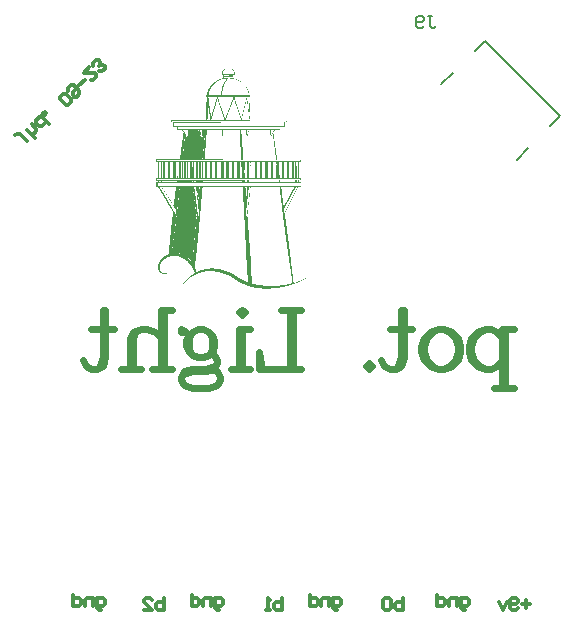
<source format=gbo>
G04*
G04 #@! TF.GenerationSoftware,Altium Limited,Altium Designer,23.8.1 (32)*
G04*
G04 Layer_Color=32896*
%FSLAX44Y44*%
%MOMM*%
G71*
G04*
G04 #@! TF.SameCoordinates,30061C5B-BE2C-44CF-A243-5EA776C9CE0C*
G04*
G04*
G04 #@! TF.FilePolarity,Positive*
G04*
G01*
G75*
%ADD13C,0.2000*%
%ADD49C,0.6000*%
%ADD64C,0.3000*%
G36*
X-101134Y219667D02*
Y219500D01*
X-101469D01*
Y219667D01*
X-101302D01*
Y219834D01*
X-101134D01*
Y219667D01*
D02*
G37*
G36*
X-107320Y73211D02*
X-107487D01*
Y73378D01*
X-107320D01*
Y73211D01*
D02*
G37*
G36*
X11048Y69366D02*
X10714D01*
Y69198D01*
X10380D01*
Y69366D01*
X10547D01*
Y69533D01*
X11048D01*
Y69366D01*
D02*
G37*
G36*
X-93109Y65019D02*
X-93277D01*
Y65186D01*
X-93109D01*
Y65019D01*
D02*
G37*
G36*
X-93277Y64684D02*
X-93444D01*
Y64517D01*
X-93611D01*
Y64852D01*
X-93444D01*
Y65019D01*
X-93277D01*
Y64684D01*
D02*
G37*
G36*
X-53152Y246417D02*
X-52650D01*
Y246250D01*
X-52316D01*
Y246083D01*
X-51981D01*
Y245916D01*
X-51814D01*
Y245748D01*
X-51647D01*
Y245581D01*
X-51480D01*
Y245414D01*
X-51312D01*
Y245247D01*
X-51145D01*
Y245080D01*
X-50978D01*
Y244745D01*
X-50811D01*
Y244411D01*
X-50644D01*
Y244077D01*
X-50477D01*
Y243575D01*
X-50309D01*
Y242906D01*
X-50142D01*
Y241903D01*
X-50309D01*
Y241569D01*
X-50477D01*
Y241402D01*
X-51312D01*
Y238392D01*
X-50644D01*
Y238225D01*
X-50142D01*
Y238058D01*
X-49641D01*
Y237891D01*
X-49139D01*
Y237723D01*
X-48637D01*
Y237556D01*
X-48303D01*
Y237389D01*
X-47802D01*
Y237222D01*
X-47467D01*
Y237055D01*
X-47133D01*
Y236887D01*
X-46798D01*
Y236720D01*
X-46464D01*
Y236553D01*
X-46130D01*
Y236386D01*
X-45963D01*
Y236219D01*
X-45628D01*
Y236052D01*
X-45294D01*
Y235884D01*
X-45127D01*
Y235717D01*
X-44792D01*
Y235550D01*
X-44625D01*
Y235383D01*
X-44458D01*
Y235216D01*
X-44123D01*
Y235048D01*
X-43956D01*
Y234881D01*
X-43789D01*
Y234714D01*
X-43622D01*
Y234547D01*
X-43288D01*
Y234380D01*
X-43120D01*
Y234212D01*
X-42953D01*
Y234045D01*
X-42786D01*
Y233878D01*
X-42619D01*
Y233711D01*
X-42452D01*
Y233544D01*
X-42284D01*
Y233377D01*
X-42117D01*
Y233209D01*
X-41950D01*
Y233042D01*
X-41783D01*
Y232875D01*
X-41616D01*
Y232708D01*
X-41448D01*
Y232541D01*
X-41281D01*
Y232373D01*
X-41114D01*
Y232039D01*
X-40947D01*
Y231872D01*
X-40780D01*
Y231705D01*
X-40613D01*
Y231370D01*
X-40445D01*
Y231203D01*
X-40278D01*
Y231036D01*
X-40111D01*
Y230702D01*
X-39944D01*
Y230367D01*
X-39777D01*
Y230200D01*
X-39609D01*
Y229866D01*
X-39442D01*
Y229698D01*
X-39275D01*
Y229364D01*
X-39108D01*
Y229030D01*
X-38941D01*
Y228695D01*
X-38773D01*
Y228361D01*
X-38606D01*
Y227859D01*
X-38439D01*
Y227525D01*
X-38272D01*
Y227023D01*
X-38105D01*
Y226355D01*
X-37938D01*
Y225686D01*
X-37770D01*
Y224181D01*
X-37102D01*
Y224014D01*
X-36934D01*
Y222509D01*
X-37938D01*
Y221172D01*
X-37770D01*
Y217327D01*
X-37603D01*
Y213481D01*
X-37436D01*
Y209803D01*
X-37269D01*
Y205958D01*
X-37102D01*
Y202781D01*
X-36934D01*
Y202614D01*
X-6005D01*
Y201444D01*
X-6172D01*
Y201277D01*
X-7844D01*
Y198100D01*
X-7677D01*
Y197766D01*
X-7844D01*
Y197598D01*
X-11522D01*
Y194756D01*
X-15367D01*
Y194589D01*
X-15869D01*
Y194422D01*
X-16203D01*
Y194255D01*
X-16370D01*
Y194088D01*
X-16537D01*
Y193920D01*
X-16705D01*
Y193586D01*
X-16872D01*
Y193419D01*
X-17039D01*
Y193252D01*
X-17206D01*
Y192917D01*
X-17373D01*
Y191413D01*
X-17206D01*
Y190242D01*
X-17039D01*
Y189072D01*
X-16872D01*
Y187902D01*
X-16705D01*
Y186731D01*
X-16537D01*
Y185561D01*
X-16370D01*
Y184391D01*
X-16203D01*
Y183220D01*
X-16036D01*
Y182050D01*
X-15869D01*
Y180880D01*
X-15702D01*
Y179709D01*
X-15534D01*
Y178539D01*
X-15367D01*
Y177369D01*
X-15200D01*
Y176198D01*
X-15033D01*
Y175028D01*
X-14866D01*
Y173858D01*
X-14698D01*
Y172687D01*
X-14531D01*
Y171517D01*
X-14364D01*
Y170347D01*
X-14197D01*
Y169511D01*
X-12859D01*
Y169344D01*
X5698D01*
Y169009D01*
X5866D01*
Y168508D01*
Y168341D01*
Y167672D01*
X4027D01*
Y153628D01*
X5698D01*
Y153294D01*
X5866D01*
Y151956D01*
X4027D01*
Y150284D01*
X5866D01*
Y149950D01*
X6033D01*
Y146606D01*
X3525D01*
Y146439D01*
X3358D01*
Y146105D01*
X3191D01*
Y145770D01*
X3023D01*
Y145436D01*
X2856D01*
Y145102D01*
X2689D01*
Y144767D01*
X2522D01*
Y144433D01*
X2355D01*
Y144098D01*
X2188D01*
Y143764D01*
X2020D01*
Y143430D01*
X1853D01*
Y143095D01*
X1686D01*
Y142761D01*
X1519D01*
Y142427D01*
X1352D01*
Y142092D01*
X1184D01*
Y141758D01*
X1017D01*
Y141423D01*
X850D01*
Y141089D01*
X683D01*
Y140922D01*
X516D01*
Y140588D01*
X348D01*
Y140253D01*
X181D01*
Y139919D01*
X14D01*
Y139584D01*
X-153D01*
Y139250D01*
X-320D01*
Y138916D01*
X-487D01*
Y138581D01*
X-655D01*
Y138247D01*
X-822D01*
Y137913D01*
X-989D01*
Y137578D01*
X-1156D01*
Y137244D01*
X-1323D01*
Y136909D01*
X-1491D01*
Y136575D01*
X-1658D01*
Y136241D01*
X-1825D01*
Y135906D01*
X-1992D01*
Y135572D01*
X-2159D01*
Y135238D01*
X-2327D01*
Y134903D01*
X-2494D01*
Y134569D01*
X-2661D01*
Y134234D01*
X-2828D01*
Y133900D01*
X-2995D01*
Y133566D01*
X-3162D01*
Y133231D01*
X-3330D01*
Y132897D01*
X-3497D01*
Y132563D01*
X-3664D01*
Y132228D01*
X-3831D01*
Y131894D01*
X-3998D01*
Y131559D01*
X-4166D01*
Y131225D01*
X-4333D01*
Y130891D01*
X-4500D01*
Y130556D01*
X-4667D01*
Y130222D01*
X-4834D01*
Y129888D01*
X-5002D01*
Y129553D01*
X-5169D01*
Y129219D01*
X-5336D01*
Y128884D01*
X-5503D01*
Y128550D01*
X-5670D01*
Y128216D01*
X-5838D01*
Y127881D01*
X-6005D01*
Y127547D01*
X-6172D01*
Y127212D01*
X-6339D01*
Y126878D01*
X-6506D01*
Y126544D01*
X-6673D01*
Y126209D01*
X-6841D01*
Y125875D01*
X-7008D01*
Y125541D01*
X-7175D01*
Y125373D01*
X-7342D01*
Y125039D01*
X-7509D01*
Y124705D01*
X-7677D01*
Y123033D01*
X-7509D01*
Y121695D01*
X-7342D01*
Y120525D01*
X-7175D01*
Y119355D01*
X-7008D01*
Y118017D01*
X-6841D01*
Y116847D01*
X-6673D01*
Y115677D01*
X-6506D01*
Y114339D01*
X-6339D01*
Y113169D01*
X-6172D01*
Y111831D01*
X-6005D01*
Y110661D01*
X-5838D01*
Y109491D01*
X-5670D01*
Y108153D01*
X-5503D01*
Y106816D01*
X-5336D01*
Y105645D01*
X-5169D01*
Y104308D01*
X-5002D01*
Y102970D01*
X-4834D01*
Y101800D01*
X-4667D01*
Y100463D01*
X-4500D01*
Y99125D01*
X-4333D01*
Y97788D01*
X-4166D01*
Y96450D01*
X-3998D01*
Y95112D01*
X-3831D01*
Y93775D01*
X-3664D01*
Y92437D01*
X-3497D01*
Y91100D01*
X-3330D01*
Y89762D01*
X-3162D01*
Y88258D01*
X-2995D01*
Y86920D01*
X-2828D01*
Y85583D01*
X-2661D01*
Y84078D01*
X-2494D01*
Y82741D01*
X-2327D01*
Y81236D01*
X-2159D01*
Y79898D01*
X-1992D01*
Y78394D01*
X-1825D01*
Y77056D01*
X-1658D01*
Y75552D01*
X-1491D01*
Y74214D01*
X-1323D01*
Y72709D01*
X-1156D01*
Y71372D01*
X-989D01*
Y69867D01*
X-822D01*
Y68530D01*
X-655D01*
Y67025D01*
X-487D01*
Y65687D01*
X-320D01*
Y65186D01*
X181D01*
Y65353D01*
X850D01*
Y65520D01*
X1352D01*
Y65687D01*
X1853D01*
Y65855D01*
X2355D01*
Y66022D01*
X2856D01*
Y66189D01*
X3358D01*
Y66356D01*
X3692D01*
Y66523D01*
X4194D01*
Y66691D01*
X4695D01*
Y66858D01*
X5030D01*
Y67025D01*
X5531D01*
Y67192D01*
X5866D01*
Y67359D01*
X6367D01*
Y67527D01*
X6702D01*
Y67694D01*
X7036D01*
Y67861D01*
X7538D01*
Y68028D01*
X7872D01*
Y68195D01*
X8206D01*
Y68362D01*
X8541D01*
Y68530D01*
X8875D01*
Y68697D01*
X9209D01*
Y68864D01*
X9711D01*
Y69031D01*
X10045D01*
Y69198D01*
X10380D01*
Y69031D01*
X10213D01*
Y68864D01*
X9878D01*
Y68697D01*
X9544D01*
Y68530D01*
X9209D01*
Y68362D01*
X8875D01*
Y68195D01*
X8541D01*
Y68028D01*
X8206D01*
Y67861D01*
X7872D01*
Y67694D01*
X7538D01*
Y67527D01*
X7370D01*
Y67359D01*
X6869D01*
Y67192D01*
X6534D01*
Y67025D01*
X6200D01*
Y66858D01*
X5866D01*
Y66691D01*
X5531D01*
Y66523D01*
X5197D01*
Y66356D01*
X4863D01*
Y66189D01*
X4528D01*
Y66022D01*
X4027D01*
Y65855D01*
X3692D01*
Y65687D01*
X3358D01*
Y65520D01*
X2856D01*
Y65353D01*
X2522D01*
Y65186D01*
X2020D01*
Y65019D01*
X1686D01*
Y64852D01*
X1184D01*
Y64684D01*
X850D01*
Y64517D01*
X348D01*
Y64350D01*
X-153D01*
Y64183D01*
X-655D01*
Y64016D01*
X-989D01*
Y63848D01*
X-1491D01*
Y63681D01*
X-1992D01*
Y63514D01*
X-2661D01*
Y63347D01*
X-3162D01*
Y63180D01*
X-3664D01*
Y63012D01*
X-4166D01*
Y62845D01*
X-4834D01*
Y62678D01*
X-5503D01*
Y62511D01*
X-6005D01*
Y62344D01*
X-6673D01*
Y62177D01*
X-7342D01*
Y62009D01*
X-8178D01*
Y61842D01*
X-8847D01*
Y61675D01*
X-9683D01*
Y61508D01*
X-10686D01*
Y61341D01*
X-11522D01*
Y61173D01*
X-12692D01*
Y61006D01*
X-13863D01*
Y60839D01*
X-15200D01*
Y60672D01*
X-17039D01*
Y60505D01*
X-19714D01*
Y60338D01*
X-26736D01*
Y60505D01*
X-28909D01*
Y60672D01*
X-30414D01*
Y60839D01*
X-31584D01*
Y61006D01*
X-32587D01*
Y61173D01*
X-33423D01*
Y61341D01*
X-34259D01*
Y61508D01*
X-35095D01*
Y61675D01*
X-35764D01*
Y61842D01*
X-36433D01*
Y62009D01*
X-36934D01*
Y62177D01*
X-37603D01*
Y62344D01*
X-38105D01*
Y62511D01*
X-38606D01*
Y62678D01*
X-39108D01*
Y62845D01*
X-39609D01*
Y63012D01*
X-40111D01*
Y63180D01*
X-40613D01*
Y63347D01*
X-40947D01*
Y63514D01*
X-41448D01*
Y63681D01*
X-41783D01*
Y63848D01*
X-42284D01*
Y64016D01*
X-42619D01*
Y64183D01*
X-42953D01*
Y64350D01*
X-43288D01*
Y64517D01*
X-43789D01*
Y64684D01*
X-44123D01*
Y64852D01*
X-44458D01*
Y65019D01*
X-44792D01*
Y65186D01*
X-45127D01*
Y65353D01*
X-45461D01*
Y65520D01*
X-45628D01*
Y65687D01*
X-45963D01*
Y65855D01*
X-46297D01*
Y66022D01*
X-46631D01*
Y66189D01*
X-46798D01*
Y66356D01*
X-47133D01*
Y66523D01*
X-47467D01*
Y66691D01*
X-47634D01*
Y66858D01*
X-47969D01*
Y67025D01*
X-48136D01*
Y67192D01*
X-48470D01*
Y67359D01*
X-48637D01*
Y67527D01*
X-48972D01*
Y67694D01*
X-49139D01*
Y67861D01*
X-49473D01*
Y68028D01*
X-49641D01*
Y68195D01*
X-49975D01*
Y68362D01*
X-50142D01*
Y68530D01*
X-50477D01*
Y68697D01*
X-50644D01*
Y68864D01*
X-50811D01*
Y69031D01*
X-51145D01*
Y69198D01*
X-51312D01*
Y69366D01*
X-51647D01*
Y69533D01*
X-51814D01*
Y69700D01*
X-52148D01*
Y69867D01*
X-52483D01*
Y70034D01*
X-52650D01*
Y70202D01*
X-52984D01*
Y70369D01*
X-53319D01*
Y70536D01*
X-53653D01*
Y70703D01*
X-53987D01*
Y70870D01*
X-54322D01*
Y71038D01*
X-54656D01*
Y71205D01*
X-54991D01*
Y71372D01*
X-55325D01*
Y71539D01*
X-55659D01*
Y71706D01*
X-56161D01*
Y71873D01*
X-56495D01*
Y72041D01*
X-56997D01*
Y72208D01*
X-57331D01*
Y72375D01*
X-57833D01*
Y72542D01*
X-58334D01*
Y72709D01*
X-58836D01*
Y72877D01*
X-59338D01*
Y73044D01*
X-59839D01*
Y73211D01*
X-60341D01*
Y73378D01*
X-60842D01*
Y73545D01*
X-61344D01*
Y73713D01*
X-61845D01*
Y73880D01*
X-62514D01*
Y74047D01*
X-63183D01*
Y74214D01*
X-63852D01*
Y74381D01*
X-64688D01*
Y74548D01*
X-65523D01*
Y74716D01*
X-66527D01*
Y74883D01*
X-68031D01*
Y75050D01*
X-73548D01*
Y74883D01*
X-74886D01*
Y74716D01*
X-75889D01*
Y74548D01*
X-76725D01*
Y74381D01*
X-77394D01*
Y74214D01*
X-78063D01*
Y74047D01*
X-78731D01*
Y73880D01*
X-79233D01*
Y73713D01*
X-79734D01*
Y73545D01*
X-80236D01*
Y73378D01*
X-80737D01*
Y73211D01*
X-81072D01*
Y73044D01*
X-81573D01*
Y72877D01*
X-81908D01*
Y72709D01*
X-82409D01*
Y72542D01*
X-82744D01*
Y72375D01*
X-83078D01*
Y72208D01*
X-83413D01*
Y72041D01*
X-83747D01*
Y71873D01*
X-84081D01*
Y71706D01*
X-84416D01*
Y71539D01*
X-84750D01*
Y71372D01*
X-85084D01*
Y71205D01*
X-85419D01*
Y71038D01*
X-85586D01*
Y70870D01*
X-85920D01*
Y70703D01*
X-86255D01*
Y70536D01*
X-86422D01*
Y70369D01*
X-86756D01*
Y70202D01*
X-86923D01*
Y70034D01*
X-87258D01*
Y69867D01*
X-87592D01*
Y69700D01*
X-87759D01*
Y69533D01*
X-87927D01*
Y69366D01*
X-88261D01*
Y69198D01*
X-88428D01*
Y69031D01*
X-88763D01*
Y68864D01*
X-88930D01*
Y68697D01*
X-89097D01*
Y68530D01*
X-89431D01*
Y68362D01*
X-89598D01*
Y68195D01*
X-89766D01*
Y68028D01*
X-89933D01*
Y67861D01*
X-90267D01*
Y67694D01*
X-90434D01*
Y67527D01*
X-90602D01*
Y67359D01*
X-90769D01*
Y67192D01*
X-90936D01*
Y67025D01*
X-91103D01*
Y66858D01*
X-91438D01*
Y66691D01*
X-91605D01*
Y66523D01*
X-91772D01*
Y66356D01*
X-91939D01*
Y66189D01*
X-92106D01*
Y66022D01*
X-92274D01*
Y65855D01*
X-92441D01*
Y65687D01*
X-92608D01*
Y65520D01*
X-92775D01*
Y65353D01*
X-92942D01*
Y65186D01*
X-93109D01*
Y65520D01*
X-92942D01*
Y65687D01*
X-92775D01*
Y65855D01*
X-92608D01*
Y66022D01*
X-92441D01*
Y66356D01*
X-92274D01*
Y66523D01*
X-92106D01*
Y66691D01*
X-91939D01*
Y66858D01*
X-91772D01*
Y67025D01*
X-91605D01*
Y67359D01*
X-91438D01*
Y67527D01*
X-91270D01*
Y67694D01*
X-91103D01*
Y67861D01*
X-90936D01*
Y68028D01*
X-90769D01*
Y68195D01*
X-90602D01*
Y68362D01*
X-90434D01*
Y68530D01*
X-90267D01*
Y68697D01*
X-90100D01*
Y68864D01*
X-89933D01*
Y69031D01*
X-89766D01*
Y69198D01*
X-89598D01*
Y69366D01*
X-89431D01*
Y69533D01*
X-89097D01*
Y69700D01*
X-88930D01*
Y69867D01*
X-88763D01*
Y70034D01*
X-88595D01*
Y70202D01*
X-88428D01*
Y70369D01*
X-88261D01*
Y70536D01*
X-87927D01*
Y70703D01*
X-87759D01*
Y70870D01*
X-87592D01*
Y71038D01*
X-87425D01*
Y71205D01*
X-87091D01*
Y71372D01*
X-86923D01*
Y71539D01*
X-86589D01*
Y71706D01*
X-86422D01*
Y71873D01*
X-86255D01*
Y72041D01*
X-85920D01*
Y72208D01*
X-85753D01*
Y72375D01*
X-85419D01*
Y72542D01*
X-85252D01*
Y72709D01*
X-84917D01*
Y72877D01*
X-84583D01*
Y73044D01*
X-84416D01*
Y73211D01*
X-84081D01*
Y73378D01*
X-83914D01*
Y73880D01*
X-84081D01*
Y74381D01*
X-84248D01*
Y74716D01*
X-84416D01*
Y75217D01*
X-84583D01*
Y75552D01*
X-84750D01*
Y75886D01*
X-84917D01*
Y76220D01*
X-85084D01*
Y76555D01*
X-85252D01*
Y76889D01*
X-85419D01*
Y77223D01*
X-85586D01*
Y77558D01*
X-85753D01*
Y77892D01*
X-85920D01*
Y78059D01*
X-86088D01*
Y78394D01*
X-86255D01*
Y78728D01*
X-86422D01*
Y78895D01*
X-86589D01*
Y79230D01*
X-86756D01*
Y79397D01*
X-86923D01*
Y79731D01*
X-87091D01*
Y79898D01*
X-87258D01*
Y80233D01*
X-87425D01*
Y80400D01*
X-87592D01*
Y80567D01*
X-87759D01*
Y80902D01*
X-87927D01*
Y81069D01*
X-88094D01*
Y81236D01*
X-88261D01*
Y81403D01*
X-88428D01*
Y81570D01*
X-88595D01*
Y81905D01*
X-88763D01*
Y82072D01*
X-88930D01*
Y82239D01*
X-89097D01*
Y82406D01*
X-89264D01*
Y82573D01*
X-89431D01*
Y82741D01*
X-89598D01*
Y82908D01*
X-89766D01*
Y83075D01*
X-89933D01*
Y83242D01*
X-90100D01*
Y83409D01*
X-90267D01*
Y83577D01*
X-90602D01*
Y83744D01*
X-90769D01*
Y83911D01*
X-90936D01*
Y84078D01*
X-91103D01*
Y84245D01*
X-91270D01*
Y84412D01*
X-91605D01*
Y84580D01*
X-91772D01*
Y84747D01*
X-92106D01*
Y84914D01*
X-92274D01*
Y85081D01*
X-92441D01*
Y85248D01*
X-92775D01*
Y85416D01*
X-93109D01*
Y85583D01*
X-93277D01*
Y85750D01*
X-93611D01*
Y85917D01*
X-93945D01*
Y86084D01*
X-94280D01*
Y86252D01*
X-94614D01*
Y86419D01*
X-94949D01*
Y86586D01*
X-95283D01*
Y86753D01*
X-95617D01*
Y86920D01*
X-96119D01*
Y87087D01*
X-96453D01*
Y87255D01*
X-96955D01*
Y87422D01*
X-97623D01*
Y87589D01*
X-98292D01*
Y87756D01*
X-99128D01*
Y87923D01*
X-103141D01*
Y87756D01*
X-104144D01*
Y87589D01*
X-104812D01*
Y87422D01*
X-105314D01*
Y87255D01*
X-105816D01*
Y87087D01*
X-106317D01*
Y86920D01*
X-106652D01*
Y86753D01*
X-107153D01*
Y86586D01*
X-107487D01*
Y86419D01*
X-107822D01*
Y86252D01*
X-108156D01*
Y86084D01*
X-108323D01*
Y85917D01*
X-108658D01*
Y85750D01*
X-108992D01*
Y85583D01*
X-109159D01*
Y85416D01*
X-109494D01*
Y85248D01*
X-109661D01*
Y85081D01*
X-109828D01*
Y84914D01*
X-110162D01*
Y84747D01*
X-110330D01*
Y84580D01*
X-110497D01*
Y84412D01*
X-110664D01*
Y84245D01*
X-110831D01*
Y84078D01*
X-110998D01*
Y83911D01*
X-111166D01*
Y83744D01*
X-111333D01*
Y83577D01*
X-111500D01*
Y83409D01*
X-111667D01*
Y83242D01*
X-111834D01*
Y82908D01*
X-112002D01*
Y82741D01*
X-112169D01*
Y82406D01*
X-112336D01*
Y82239D01*
X-112503D01*
Y81905D01*
X-112670D01*
Y81570D01*
X-112837D01*
Y81236D01*
X-113005D01*
Y80734D01*
X-113172D01*
Y80233D01*
X-113339D01*
Y79564D01*
X-113506D01*
Y78394D01*
X-113673D01*
Y77391D01*
X-113506D01*
Y76388D01*
X-113339D01*
Y75886D01*
X-113172D01*
Y75552D01*
X-113005D01*
Y75217D01*
X-112837D01*
Y75050D01*
X-112670D01*
Y74716D01*
X-112503D01*
Y74548D01*
X-112336D01*
Y74381D01*
X-112169D01*
Y74214D01*
X-111834D01*
Y74047D01*
X-111667D01*
Y73880D01*
X-111333D01*
Y73713D01*
X-110998D01*
Y73545D01*
X-110497D01*
Y73378D01*
X-109661D01*
Y73211D01*
X-107655D01*
Y73044D01*
X-108323D01*
Y72877D01*
X-110831D01*
Y73044D01*
X-111500D01*
Y73211D01*
X-112002D01*
Y73378D01*
X-112336D01*
Y73545D01*
X-112503D01*
Y73713D01*
X-112837D01*
Y73880D01*
X-113005D01*
Y74047D01*
X-113172D01*
Y74214D01*
X-113339D01*
Y74381D01*
X-113506D01*
Y74548D01*
X-113673D01*
Y74716D01*
X-113841D01*
Y74883D01*
X-114008D01*
Y75217D01*
X-114175D01*
Y75552D01*
X-114342D01*
Y75886D01*
X-114509D01*
Y76388D01*
X-114677D01*
Y76889D01*
X-114844D01*
Y80400D01*
X-114677D01*
Y81236D01*
X-114509D01*
Y81737D01*
X-114342D01*
Y82239D01*
X-114175D01*
Y82573D01*
X-114008D01*
Y82908D01*
X-113841D01*
Y83242D01*
X-113673D01*
Y83577D01*
X-113506D01*
Y83911D01*
X-113339D01*
Y84078D01*
X-113172D01*
Y84412D01*
X-113005D01*
Y84580D01*
X-112837D01*
Y84747D01*
X-112670D01*
Y84914D01*
X-112503D01*
Y85248D01*
X-112336D01*
Y85416D01*
X-112169D01*
Y85583D01*
X-112002D01*
Y85750D01*
X-111834D01*
Y85917D01*
X-111667D01*
Y86084D01*
X-111500D01*
Y86252D01*
X-111333D01*
Y86419D01*
X-111166D01*
Y86586D01*
X-110831D01*
Y86753D01*
X-110664D01*
Y86920D01*
X-110497D01*
Y87087D01*
X-110330D01*
Y87255D01*
X-109995D01*
Y87422D01*
X-109828D01*
Y87589D01*
X-109494D01*
Y87756D01*
X-109327D01*
Y87923D01*
X-108992D01*
Y88091D01*
X-108658D01*
Y88258D01*
X-108491D01*
Y88425D01*
X-108156D01*
Y88592D01*
X-107822D01*
Y88759D01*
X-107487D01*
Y88927D01*
X-106986D01*
Y89094D01*
X-106652D01*
Y89261D01*
X-106150D01*
Y89428D01*
X-105983D01*
Y90766D01*
X-105816D01*
Y92939D01*
X-105648D01*
Y94945D01*
X-105481D01*
Y96952D01*
X-105314D01*
Y98958D01*
X-105147D01*
Y100797D01*
X-104980D01*
Y102636D01*
X-104812D01*
Y104475D01*
X-104645D01*
Y106147D01*
X-104478D01*
Y107819D01*
X-104311D01*
Y109491D01*
X-104144D01*
Y110995D01*
X-103977D01*
Y112667D01*
X-103809D01*
Y114172D01*
X-103642D01*
Y115677D01*
X-103475D01*
Y117014D01*
X-103308D01*
Y118519D01*
X-103141D01*
Y119856D01*
X-102973D01*
Y121361D01*
X-102806D01*
Y122698D01*
X-102639D01*
Y124036D01*
X-102472D01*
Y125541D01*
X-102639D01*
Y125875D01*
X-102806D01*
Y126042D01*
X-102973D01*
Y126377D01*
X-103141D01*
Y126544D01*
X-103308D01*
Y126878D01*
X-103475D01*
Y127212D01*
X-103642D01*
Y127380D01*
X-103809D01*
Y127714D01*
X-103977D01*
Y128048D01*
X-104144D01*
Y128216D01*
X-104311D01*
Y128550D01*
X-104478D01*
Y128884D01*
X-104645D01*
Y129052D01*
X-104812D01*
Y129386D01*
X-104980D01*
Y129720D01*
X-105147D01*
Y129888D01*
X-105314D01*
Y130222D01*
X-105481D01*
Y130556D01*
X-105648D01*
Y130723D01*
X-105816D01*
Y131058D01*
X-105983D01*
Y131392D01*
X-106150D01*
Y131559D01*
X-106317D01*
Y131894D01*
X-106484D01*
Y132228D01*
X-106652D01*
Y132395D01*
X-106819D01*
Y132730D01*
X-106986D01*
Y133064D01*
X-107153D01*
Y133398D01*
X-107320D01*
Y133566D01*
X-107487D01*
Y133900D01*
X-107655D01*
Y134234D01*
X-107822D01*
Y134402D01*
X-107989D01*
Y134736D01*
X-108156D01*
Y135070D01*
X-108323D01*
Y135238D01*
X-108491D01*
Y135572D01*
X-108658D01*
Y135906D01*
X-108825D01*
Y136073D01*
X-108992D01*
Y136408D01*
X-109159D01*
Y136742D01*
X-109327D01*
Y137077D01*
X-109494D01*
Y137244D01*
X-109661D01*
Y137578D01*
X-109828D01*
Y137913D01*
X-109995D01*
Y138080D01*
X-110162D01*
Y138414D01*
X-110330D01*
Y138748D01*
X-110497D01*
Y139083D01*
X-110664D01*
Y139250D01*
X-110831D01*
Y139584D01*
X-110998D01*
Y139919D01*
X-111166D01*
Y140086D01*
X-111333D01*
Y140420D01*
X-111500D01*
Y140755D01*
X-111667D01*
Y141089D01*
X-111834D01*
Y141256D01*
X-112002D01*
Y141591D01*
X-112169D01*
Y141925D01*
X-112336D01*
Y142092D01*
X-112503D01*
Y142427D01*
X-112670D01*
Y142761D01*
X-112837D01*
Y143095D01*
X-113005D01*
Y143263D01*
X-113172D01*
Y143597D01*
X-113339D01*
Y143931D01*
X-113506D01*
Y144266D01*
X-113673D01*
Y144433D01*
X-113841D01*
Y144767D01*
X-114008D01*
Y145102D01*
X-114175D01*
Y145436D01*
X-114342D01*
Y145603D01*
X-114509D01*
Y145938D01*
X-114677D01*
Y146272D01*
X-116516D01*
Y150786D01*
X-115011D01*
Y151789D01*
X-116516D01*
Y153628D01*
X-116683D01*
Y153962D01*
X-115178D01*
Y163158D01*
X-115011D01*
Y167505D01*
X-116516D01*
Y169344D01*
X-116683D01*
Y169678D01*
X-96620D01*
Y170347D01*
X-96453D01*
Y171517D01*
X-96286D01*
Y172687D01*
X-96119D01*
Y173858D01*
X-95952D01*
Y175028D01*
X-95784D01*
Y176366D01*
X-95617D01*
Y177536D01*
X-95450D01*
Y178706D01*
X-95283D01*
Y179877D01*
X-95116D01*
Y181047D01*
X-94949D01*
Y182384D01*
X-94781D01*
Y183555D01*
X-94614D01*
Y184725D01*
X-94447D01*
Y185895D01*
X-94280D01*
Y187066D01*
X-94113D01*
Y188403D01*
X-93945D01*
Y189573D01*
X-93778D01*
Y190744D01*
X-93611D01*
Y191914D01*
X-93444D01*
Y192917D01*
X-93611D01*
Y193084D01*
X-93778D01*
Y193419D01*
X-93945D01*
Y193586D01*
X-94113D01*
Y193753D01*
X-94280D01*
Y193920D01*
X-94447D01*
Y194088D01*
X-94781D01*
Y194255D01*
X-95450D01*
Y194422D01*
X-98627D01*
Y194589D01*
X-98794D01*
Y197264D01*
X-102806D01*
Y201109D01*
X-103809D01*
Y201277D01*
X-103977D01*
Y201109D01*
X-104144D01*
Y202781D01*
X-74552D01*
Y206627D01*
X-74384D01*
Y211141D01*
X-74217D01*
Y214986D01*
X-74050D01*
Y218330D01*
X-73883D01*
Y221339D01*
X-73716D01*
Y222509D01*
X-74384D01*
Y224181D01*
X-73883D01*
Y224348D01*
X-73716D01*
Y225519D01*
X-73548D01*
Y226187D01*
X-73381D01*
Y226689D01*
X-73214D01*
Y227191D01*
X-73047D01*
Y227692D01*
X-72880D01*
Y228027D01*
X-72712D01*
Y228361D01*
X-72545D01*
Y228695D01*
X-72378D01*
Y229030D01*
X-72211D01*
Y229364D01*
X-72044D01*
Y229698D01*
X-71877D01*
Y230033D01*
X-71709D01*
Y230200D01*
X-71542D01*
Y230534D01*
X-71375D01*
Y230702D01*
X-71208D01*
Y231036D01*
X-71041D01*
Y231203D01*
X-70873D01*
Y231370D01*
X-70706D01*
Y231705D01*
X-70539D01*
Y231872D01*
X-70372D01*
Y232039D01*
X-70205D01*
Y232206D01*
X-70037D01*
Y232373D01*
X-69870D01*
Y232541D01*
X-69703D01*
Y232875D01*
X-69536D01*
Y233042D01*
X-69369D01*
Y233209D01*
X-69202D01*
Y233377D01*
X-69034D01*
Y233544D01*
X-68867D01*
Y233711D01*
X-68700D01*
Y233878D01*
X-68366D01*
Y234045D01*
X-68198D01*
Y234212D01*
X-68031D01*
Y234380D01*
X-67864D01*
Y234547D01*
X-67697D01*
Y234714D01*
X-67530D01*
Y234881D01*
X-67195D01*
Y235048D01*
X-67028D01*
Y235216D01*
X-66861D01*
Y235383D01*
X-66527D01*
Y235550D01*
X-66359D01*
Y235717D01*
X-66192D01*
Y235884D01*
X-65858D01*
Y236052D01*
X-65691D01*
Y236219D01*
X-65356D01*
Y236386D01*
X-65022D01*
Y236553D01*
X-64855D01*
Y236720D01*
X-64520D01*
Y236887D01*
X-64186D01*
Y237055D01*
X-63852D01*
Y237222D01*
X-63517D01*
Y237389D01*
X-63183D01*
Y237556D01*
X-62848D01*
Y237723D01*
X-62347D01*
Y237891D01*
X-62013D01*
Y238058D01*
X-61511D01*
Y238225D01*
X-60842D01*
Y238392D01*
X-60173D01*
Y238559D01*
X-59839D01*
Y241234D01*
X-61009D01*
Y241569D01*
X-61177D01*
Y243241D01*
X-61009D01*
Y243742D01*
X-60842D01*
Y244244D01*
X-60675D01*
Y244578D01*
X-60508D01*
Y244745D01*
X-60341D01*
Y245080D01*
X-60173D01*
Y245247D01*
X-60006D01*
Y245414D01*
X-59839D01*
Y245581D01*
X-59672D01*
Y245748D01*
X-59505D01*
Y245916D01*
X-59338D01*
Y246083D01*
X-59003D01*
Y246250D01*
X-58836D01*
Y246417D01*
X-58334D01*
Y246584D01*
X-53152D01*
Y246417D01*
D02*
G37*
%LPC*%
G36*
X-52817Y245916D02*
X-58167D01*
Y245748D01*
X-58502D01*
Y245581D01*
X-58836D01*
Y245414D01*
X-59003D01*
Y245247D01*
X-59170D01*
Y245080D01*
X-59338D01*
Y244912D01*
X-59505D01*
Y244745D01*
X-59672D01*
Y244411D01*
X-59839D01*
Y244244D01*
X-60006D01*
Y243909D01*
X-60173D01*
Y243408D01*
X-60341D01*
Y242070D01*
X-58334D01*
Y241903D01*
X-51312D01*
Y241736D01*
X-50644D01*
Y243241D01*
X-50811D01*
Y243742D01*
X-50978D01*
Y244077D01*
X-51145D01*
Y244411D01*
X-51312D01*
Y244578D01*
X-51480D01*
Y244912D01*
X-51647D01*
Y245080D01*
X-51814D01*
Y245247D01*
X-51981D01*
Y245414D01*
X-52148D01*
Y245581D01*
X-52483D01*
Y245748D01*
X-52817D01*
Y245916D01*
D02*
G37*
G36*
X-51814Y241067D02*
X-54823D01*
Y240900D01*
X-59003D01*
Y239061D01*
X-51981D01*
Y238894D01*
X-51814D01*
Y241067D01*
D02*
G37*
G36*
X-54322Y238392D02*
X-55659D01*
Y238225D01*
X-55827D01*
Y238058D01*
X-55994D01*
Y237723D01*
X-56161D01*
Y237556D01*
X-56328D01*
Y237389D01*
X-56495D01*
Y237055D01*
X-56663D01*
Y236887D01*
X-56830D01*
Y236553D01*
X-56997D01*
Y236386D01*
X-57164D01*
Y236052D01*
X-57331D01*
Y235717D01*
X-57498D01*
Y235550D01*
X-57666D01*
Y235216D01*
X-57833D01*
Y234881D01*
X-58000D01*
Y234547D01*
X-58167D01*
Y234212D01*
X-58334D01*
Y233878D01*
X-58502D01*
Y233544D01*
X-58669D01*
Y233209D01*
X-58836D01*
Y232875D01*
X-59003D01*
Y232373D01*
X-59170D01*
Y232039D01*
X-59338D01*
Y231537D01*
X-59505D01*
Y231036D01*
X-59672D01*
Y230534D01*
X-59839D01*
Y230033D01*
X-60006D01*
Y229364D01*
X-60173D01*
Y228695D01*
X-60341D01*
Y228027D01*
X-60508D01*
Y227191D01*
X-60675D01*
Y226187D01*
X-60842D01*
Y225017D01*
X-61009D01*
Y224181D01*
X-38105D01*
Y224850D01*
X-38272D01*
Y225686D01*
X-38439D01*
Y226355D01*
X-38606D01*
Y227023D01*
X-38773D01*
Y227525D01*
X-38941D01*
Y227859D01*
X-39108D01*
Y228361D01*
X-39275D01*
Y228695D01*
X-39442D01*
Y229030D01*
X-39609D01*
Y229364D01*
X-39777D01*
Y229698D01*
X-39944D01*
Y230033D01*
X-40111D01*
Y230367D01*
X-40278D01*
Y230534D01*
X-40445D01*
Y230869D01*
X-40613D01*
Y231036D01*
X-40780D01*
Y231370D01*
X-40947D01*
Y231537D01*
X-41114D01*
Y231705D01*
X-41281D01*
Y231872D01*
X-41448D01*
Y232206D01*
X-41616D01*
Y232373D01*
X-41783D01*
Y232541D01*
X-41950D01*
Y232708D01*
X-42117D01*
Y232875D01*
X-42284D01*
Y233042D01*
X-42452D01*
Y233209D01*
X-42619D01*
Y233377D01*
X-42786D01*
Y233544D01*
X-42953D01*
Y233711D01*
X-43120D01*
Y233878D01*
X-43288D01*
Y234045D01*
X-43455D01*
Y234212D01*
X-43789D01*
Y234380D01*
X-43956D01*
Y234547D01*
X-44123D01*
Y234714D01*
X-44291D01*
Y234881D01*
X-44625D01*
Y235048D01*
X-44792D01*
Y235216D01*
X-44959D01*
Y235383D01*
X-45294D01*
Y235550D01*
X-45461D01*
Y235717D01*
X-45795D01*
Y235884D01*
X-45963D01*
Y236052D01*
X-46297D01*
Y236219D01*
X-46631D01*
Y236386D01*
X-46966D01*
Y236553D01*
X-47300D01*
Y236720D01*
X-47634D01*
Y236887D01*
X-47969D01*
Y237055D01*
X-48303D01*
Y237222D01*
X-48805D01*
Y237389D01*
X-49139D01*
Y237556D01*
X-49641D01*
Y237723D01*
X-50309D01*
Y237891D01*
X-50978D01*
Y238058D01*
X-51814D01*
Y238225D01*
X-54322D01*
Y238392D01*
D02*
G37*
G36*
X-56328D02*
X-56997D01*
Y238225D01*
X-59003D01*
Y238058D01*
X-59839D01*
Y237891D01*
X-60508D01*
Y237723D01*
X-61009D01*
Y237556D01*
X-61511D01*
Y237389D01*
X-61845D01*
Y237222D01*
X-62180D01*
Y237055D01*
X-62681D01*
Y236887D01*
X-62848D01*
Y236720D01*
X-63183D01*
Y236553D01*
X-63517D01*
Y236386D01*
X-63852D01*
Y236219D01*
X-64019D01*
Y236052D01*
X-64353D01*
Y235884D01*
X-64688D01*
Y235717D01*
X-64855D01*
Y235550D01*
X-65022D01*
Y235383D01*
X-65356D01*
Y235216D01*
X-65523D01*
Y235048D01*
X-65691D01*
Y234881D01*
X-66025D01*
Y234714D01*
X-66192D01*
Y234547D01*
X-66359D01*
Y234380D01*
X-66527D01*
Y234212D01*
X-66694D01*
Y234045D01*
X-67028D01*
Y233878D01*
X-67195D01*
Y233711D01*
X-67362D01*
Y233544D01*
X-67530D01*
Y233377D01*
X-67697D01*
Y233209D01*
X-67864D01*
Y233042D01*
X-68031D01*
Y232875D01*
X-68198D01*
Y232708D01*
X-68366D01*
Y232373D01*
X-68533D01*
Y232206D01*
X-68700D01*
Y232039D01*
X-68867D01*
Y231872D01*
X-69034D01*
Y231705D01*
X-69202D01*
Y231370D01*
X-69369D01*
Y231203D01*
X-69536D01*
Y231036D01*
X-69703D01*
Y230702D01*
X-69870D01*
Y230534D01*
X-70037D01*
Y230200D01*
X-70205D01*
Y230033D01*
X-70372D01*
Y229698D01*
X-70539D01*
Y229364D01*
X-70706D01*
Y229197D01*
X-70873D01*
Y228862D01*
X-71041D01*
Y228361D01*
X-71208D01*
Y228027D01*
X-71375D01*
Y227692D01*
X-71542D01*
Y227191D01*
X-71709D01*
Y226689D01*
X-71877D01*
Y226020D01*
X-72044D01*
Y225017D01*
X-72211D01*
Y224181D01*
X-61511D01*
Y226856D01*
X-61344D01*
Y228027D01*
X-61177D01*
Y229030D01*
X-61009D01*
Y229866D01*
X-60842D01*
Y230534D01*
X-60675D01*
Y231036D01*
X-60508D01*
Y231537D01*
X-60341D01*
Y232039D01*
X-60173D01*
Y232541D01*
X-60006D01*
Y233042D01*
X-59839D01*
Y233377D01*
X-59672D01*
Y233711D01*
X-59505D01*
Y234045D01*
X-59338D01*
Y234380D01*
X-59170D01*
Y234714D01*
X-59003D01*
Y235048D01*
X-58836D01*
Y235216D01*
X-58669D01*
Y235550D01*
X-58502D01*
Y235884D01*
X-58334D01*
Y236052D01*
X-58167D01*
Y236386D01*
X-58000D01*
Y236553D01*
X-57833D01*
Y236720D01*
X-57666D01*
Y236887D01*
X-57498D01*
Y237222D01*
X-57331D01*
Y237389D01*
X-57164D01*
Y237556D01*
X-56997D01*
Y237723D01*
X-56830D01*
Y237891D01*
X-56663D01*
Y238058D01*
X-56495D01*
Y238225D01*
X-56328D01*
Y238392D01*
D02*
G37*
G36*
X-37436Y223680D02*
X-37603D01*
Y223512D01*
X-37436D01*
Y223680D01*
D02*
G37*
G36*
Y223178D02*
X-37603D01*
Y223011D01*
X-37436D01*
Y223178D01*
D02*
G37*
G36*
X-38272Y222509D02*
X-39777D01*
Y221339D01*
X-39609D01*
Y220169D01*
X-39442D01*
Y218998D01*
X-39275D01*
Y217661D01*
X-39108D01*
Y216491D01*
X-38941D01*
Y215320D01*
X-38773D01*
Y214150D01*
X-38606D01*
Y212812D01*
X-38439D01*
Y211642D01*
X-38272D01*
Y210472D01*
X-38105D01*
Y209302D01*
X-37938D01*
Y207964D01*
X-37770D01*
Y206627D01*
X-37603D01*
Y209469D01*
X-37770D01*
Y213147D01*
X-37938D01*
Y216992D01*
X-38105D01*
Y220837D01*
X-38272D01*
Y222509D01*
D02*
G37*
G36*
X-65022D02*
X-72378D01*
Y221339D01*
X-72211D01*
Y220002D01*
X-72044D01*
Y218831D01*
X-71877D01*
Y217494D01*
X-71709D01*
Y216323D01*
X-71542D01*
Y214986D01*
X-71375D01*
Y213816D01*
X-71208D01*
Y212478D01*
X-71041D01*
Y211141D01*
X-70873D01*
Y209970D01*
X-70706D01*
Y208633D01*
X-70539D01*
Y207463D01*
X-70372D01*
Y206125D01*
X-70205D01*
Y205623D01*
X-70037D01*
Y206125D01*
X-69870D01*
Y206627D01*
X-69703D01*
Y207295D01*
X-69536D01*
Y207797D01*
X-69369D01*
Y208466D01*
X-69202D01*
Y208967D01*
X-69034D01*
Y209469D01*
X-68867D01*
Y210138D01*
X-68700D01*
Y210639D01*
X-68533D01*
Y211141D01*
X-68366D01*
Y211809D01*
X-68198D01*
Y212311D01*
X-68031D01*
Y212812D01*
X-67864D01*
Y213481D01*
X-67697D01*
Y213983D01*
X-67530D01*
Y214484D01*
X-67362D01*
Y214652D01*
Y214819D01*
Y215153D01*
X-67195D01*
Y215655D01*
X-67028D01*
Y216156D01*
X-66861D01*
Y216825D01*
X-66694D01*
Y217327D01*
X-66527D01*
Y217995D01*
X-66359D01*
Y218497D01*
X-66192D01*
Y218998D01*
X-66025D01*
Y219667D01*
X-65858D01*
Y220169D01*
X-65691D01*
Y220670D01*
X-65523D01*
Y221339D01*
X-65356D01*
Y221841D01*
X-65189D01*
Y222342D01*
X-65022D01*
Y222509D01*
D02*
G37*
G36*
X-39944D02*
X-50477D01*
Y222175D01*
X-50309D01*
Y221673D01*
X-50142D01*
Y221172D01*
X-49975D01*
Y220670D01*
X-49808D01*
Y220503D01*
Y220169D01*
X-49641D01*
Y219667D01*
X-49473D01*
Y219166D01*
X-49306D01*
Y218664D01*
X-49139D01*
Y218162D01*
X-48972D01*
Y217661D01*
X-48805D01*
Y217159D01*
X-48637D01*
Y216658D01*
X-48470D01*
Y216156D01*
X-48303D01*
Y215655D01*
X-48136D01*
Y215153D01*
X-47969D01*
Y214484D01*
X-47802D01*
Y213983D01*
X-47634D01*
Y213481D01*
X-47467D01*
Y212980D01*
X-47300D01*
Y212478D01*
X-47133D01*
Y211977D01*
X-46966D01*
Y211475D01*
X-46798D01*
Y210973D01*
X-46631D01*
Y210472D01*
X-46464D01*
Y209970D01*
X-46297D01*
Y209469D01*
X-46130D01*
Y208967D01*
X-45963D01*
Y208466D01*
X-45795D01*
Y207964D01*
X-45628D01*
Y207463D01*
X-45461D01*
Y206961D01*
X-45294D01*
Y206459D01*
X-45127D01*
Y205958D01*
X-44959D01*
Y205456D01*
X-44792D01*
Y204955D01*
X-44625D01*
Y204453D01*
X-44458D01*
Y204788D01*
X-44291D01*
Y205456D01*
X-44123D01*
Y206125D01*
X-43956D01*
Y206794D01*
X-43789D01*
Y207463D01*
X-43622D01*
Y208131D01*
X-43455D01*
Y208967D01*
X-43288D01*
Y209636D01*
X-43120D01*
Y210305D01*
X-42953D01*
Y210973D01*
X-42786D01*
Y211642D01*
X-42619D01*
Y212311D01*
X-42452D01*
Y212980D01*
X-42284D01*
Y213648D01*
X-42117D01*
Y214317D01*
X-41950D01*
Y214986D01*
X-41783D01*
Y215655D01*
X-41616D01*
Y216323D01*
X-41448D01*
Y216992D01*
X-41281D01*
Y217661D01*
X-41114D01*
Y218330D01*
X-40947D01*
Y218998D01*
X-40780D01*
Y219667D01*
X-40613D01*
Y220336D01*
X-40445D01*
Y221005D01*
X-40278D01*
Y221673D01*
X-40111D01*
Y222342D01*
X-39944D01*
Y222509D01*
D02*
G37*
G36*
X-51145D02*
X-64520D01*
Y222342D01*
X-64353D01*
Y221841D01*
X-64186D01*
Y221339D01*
X-64019D01*
Y220837D01*
X-63852D01*
Y220336D01*
X-63684D01*
Y219834D01*
X-63517D01*
Y219333D01*
X-63350D01*
Y219166D01*
Y218998D01*
Y218831D01*
X-63183D01*
Y218330D01*
X-63016D01*
Y217828D01*
X-62848D01*
Y217327D01*
X-62681D01*
Y216825D01*
X-62514D01*
Y216323D01*
X-62347D01*
Y215822D01*
X-62180D01*
Y215320D01*
X-62013D01*
Y214819D01*
X-61845D01*
Y214484D01*
X-61678D01*
Y213983D01*
X-61511D01*
Y213481D01*
X-61344D01*
Y212980D01*
X-61177D01*
Y212478D01*
X-61009D01*
Y211977D01*
X-60842D01*
Y211475D01*
X-60675D01*
Y210973D01*
X-60508D01*
Y210472D01*
X-60341D01*
Y209970D01*
X-60173D01*
Y209469D01*
X-60006D01*
Y208967D01*
X-59839D01*
Y208466D01*
X-59672D01*
Y207964D01*
X-59505D01*
Y207463D01*
X-59338D01*
Y206961D01*
X-59170D01*
Y206459D01*
X-59003D01*
Y205958D01*
X-58836D01*
Y205456D01*
X-58669D01*
Y204955D01*
X-58502D01*
Y204453D01*
X-58334D01*
Y204119D01*
X-58167D01*
Y204620D01*
X-58000D01*
Y204955D01*
X-57833D01*
Y205456D01*
X-57666D01*
Y205791D01*
X-57498D01*
Y206292D01*
X-57331D01*
Y206794D01*
X-57164D01*
Y207128D01*
X-56997D01*
Y207630D01*
X-56830D01*
Y207964D01*
X-56663D01*
Y208466D01*
X-56495D01*
Y208967D01*
X-56328D01*
Y209302D01*
X-56161D01*
Y209803D01*
X-55994D01*
Y210138D01*
X-55827D01*
Y210639D01*
X-55659D01*
Y210973D01*
X-55492D01*
Y211475D01*
X-55325D01*
Y211977D01*
X-55158D01*
Y212311D01*
X-54991D01*
Y212812D01*
X-54823D01*
Y213147D01*
X-54656D01*
Y213648D01*
X-54489D01*
Y214150D01*
X-54322D01*
Y214484D01*
X-54155D01*
Y214986D01*
X-53987D01*
Y215320D01*
X-53820D01*
Y215822D01*
X-53653D01*
Y216323D01*
X-53486D01*
Y216658D01*
X-53319D01*
Y217159D01*
X-53152D01*
Y217494D01*
X-52984D01*
Y217995D01*
X-52817D01*
Y218330D01*
X-52650D01*
Y218831D01*
X-52483D01*
Y219333D01*
X-52316D01*
Y219667D01*
X-52148D01*
Y220169D01*
X-51981D01*
Y220503D01*
X-51814D01*
Y221005D01*
X-51647D01*
Y221506D01*
X-51480D01*
Y221841D01*
X-51312D01*
Y222342D01*
X-51145D01*
Y222509D01*
D02*
G37*
G36*
X-50811Y221172D02*
X-50978D01*
Y220670D01*
X-51145D01*
Y220169D01*
X-51312D01*
Y219834D01*
X-51480D01*
Y219333D01*
X-51647D01*
Y218998D01*
X-51814D01*
Y218497D01*
X-51981D01*
Y217995D01*
X-52148D01*
Y217661D01*
X-52316D01*
Y217159D01*
X-52483D01*
Y216825D01*
X-52650D01*
Y216323D01*
X-52817D01*
Y215822D01*
X-52984D01*
Y215487D01*
X-53152D01*
Y214986D01*
X-53319D01*
Y214652D01*
X-53486D01*
Y214150D01*
X-53653D01*
Y213816D01*
X-53820D01*
Y213314D01*
X-53987D01*
Y212812D01*
X-54155D01*
Y212478D01*
X-54322D01*
Y211977D01*
X-54489D01*
Y211642D01*
X-54656D01*
Y211141D01*
X-54823D01*
Y210639D01*
X-54991D01*
Y210305D01*
X-55158D01*
Y209803D01*
X-55325D01*
Y209469D01*
X-55492D01*
Y208967D01*
X-55659D01*
Y208466D01*
X-55827D01*
Y208131D01*
X-55994D01*
Y207630D01*
X-56161D01*
Y207295D01*
X-56328D01*
Y206794D01*
X-56495D01*
Y206459D01*
X-56663D01*
Y205958D01*
X-56830D01*
Y205456D01*
X-56997D01*
Y205122D01*
X-57164D01*
Y204620D01*
X-57331D01*
Y204286D01*
X-57498D01*
Y203784D01*
X-57666D01*
Y203283D01*
X-57833D01*
Y203116D01*
X-42619D01*
Y202948D01*
X-37603D01*
Y204286D01*
X-37770D01*
Y205456D01*
X-37938D01*
Y206627D01*
X-38105D01*
Y207797D01*
X-38272D01*
Y209134D01*
X-38439D01*
Y210305D01*
X-38606D01*
Y211475D01*
X-38773D01*
Y212645D01*
X-38941D01*
Y213983D01*
X-39108D01*
Y215153D01*
X-39275D01*
Y216323D01*
X-39442D01*
Y217494D01*
X-39609D01*
Y218831D01*
X-39777D01*
Y220002D01*
X-39944D01*
Y220837D01*
X-40111D01*
Y220169D01*
X-40278D01*
Y219500D01*
X-40445D01*
Y218831D01*
X-40613D01*
Y218162D01*
X-40780D01*
Y217494D01*
X-40947D01*
Y216825D01*
X-41114D01*
Y216156D01*
X-41281D01*
Y215487D01*
X-41448D01*
Y214819D01*
X-41616D01*
Y214150D01*
X-41783D01*
Y213481D01*
X-41950D01*
Y212812D01*
X-42117D01*
Y212144D01*
X-42284D01*
Y211475D01*
X-42452D01*
Y210806D01*
X-42619D01*
Y210138D01*
X-42786D01*
Y209469D01*
X-42953D01*
Y208800D01*
X-43120D01*
Y208131D01*
X-43288D01*
Y207463D01*
X-43455D01*
Y206794D01*
X-43622D01*
Y206125D01*
X-43789D01*
Y205456D01*
X-43956D01*
Y204788D01*
X-44123D01*
Y203952D01*
X-44291D01*
Y203283D01*
X-44625D01*
Y203784D01*
X-44792D01*
Y204286D01*
X-44959D01*
Y204788D01*
X-45127D01*
Y204955D01*
Y205122D01*
X-45294D01*
Y205623D01*
X-45461D01*
Y206125D01*
X-45628D01*
Y206627D01*
X-45795D01*
Y207128D01*
X-45963D01*
Y207630D01*
X-46130D01*
Y207964D01*
X-46297D01*
Y208466D01*
X-46464D01*
Y208967D01*
X-46631D01*
Y209469D01*
X-46798D01*
Y209970D01*
X-46966D01*
Y210472D01*
X-47133D01*
Y210806D01*
X-47300D01*
Y211308D01*
X-47467D01*
Y211809D01*
X-47634D01*
Y212311D01*
X-47802D01*
Y212812D01*
X-47969D01*
Y213314D01*
X-48136D01*
Y213816D01*
X-48303D01*
Y214150D01*
X-48470D01*
Y214652D01*
X-48637D01*
Y215153D01*
X-48805D01*
Y215655D01*
X-48972D01*
Y216156D01*
X-49139D01*
Y216658D01*
X-49306D01*
Y216992D01*
X-49473D01*
Y217494D01*
X-49641D01*
Y217995D01*
X-49808D01*
Y218497D01*
X-49975D01*
Y218998D01*
X-50142D01*
Y219500D01*
X-50309D01*
Y220002D01*
X-50477D01*
Y220336D01*
X-50644D01*
Y220837D01*
X-50811D01*
Y221172D01*
D02*
G37*
G36*
X-64688Y220670D02*
X-64855D01*
Y220169D01*
X-65022D01*
Y219667D01*
X-65189D01*
Y218998D01*
X-65356D01*
Y218497D01*
X-65523D01*
Y217995D01*
X-65691D01*
Y217327D01*
X-65858D01*
Y216825D01*
X-66025D01*
Y216156D01*
X-66192D01*
Y215655D01*
X-66359D01*
Y215153D01*
X-66527D01*
Y214484D01*
X-66694D01*
Y213983D01*
X-66861D01*
Y213314D01*
X-67028D01*
Y212812D01*
X-67195D01*
Y212311D01*
X-67362D01*
Y211642D01*
X-67530D01*
Y211141D01*
X-67697D01*
Y210639D01*
X-67864D01*
Y209970D01*
X-68031D01*
Y209469D01*
X-68198D01*
Y208800D01*
X-68366D01*
Y208298D01*
X-68533D01*
Y207797D01*
X-68700D01*
Y207128D01*
X-68867D01*
Y206627D01*
X-69034D01*
Y205958D01*
X-69202D01*
Y205456D01*
X-69369D01*
Y204955D01*
X-69536D01*
Y204286D01*
X-69703D01*
Y203784D01*
X-69870D01*
Y203283D01*
X-70037D01*
Y202948D01*
X-64186D01*
Y203116D01*
X-58669D01*
Y203283D01*
X-58836D01*
Y203617D01*
X-59003D01*
Y204119D01*
X-59170D01*
Y204620D01*
X-59338D01*
Y205122D01*
X-59505D01*
Y205623D01*
X-59672D01*
Y206125D01*
X-59839D01*
Y206627D01*
X-60006D01*
Y207128D01*
X-60173D01*
Y207630D01*
X-60341D01*
Y208131D01*
X-60508D01*
Y208633D01*
X-60675D01*
Y209134D01*
X-60842D01*
Y209636D01*
X-61009D01*
Y209970D01*
X-61177D01*
Y210472D01*
X-61344D01*
Y210973D01*
X-61511D01*
Y211475D01*
X-61678D01*
Y211977D01*
X-61845D01*
Y212478D01*
X-62013D01*
Y212980D01*
X-62180D01*
Y213481D01*
X-62347D01*
Y213983D01*
X-62514D01*
Y214484D01*
X-62681D01*
Y214986D01*
X-62848D01*
Y215487D01*
X-63016D01*
Y215989D01*
X-63183D01*
Y216491D01*
X-63350D01*
Y216992D01*
X-63517D01*
Y217494D01*
X-63684D01*
Y217828D01*
X-63852D01*
Y218330D01*
X-64019D01*
Y218831D01*
X-64186D01*
Y219333D01*
X-64353D01*
Y219834D01*
X-64520D01*
Y220336D01*
X-64688D01*
Y220670D01*
D02*
G37*
G36*
X-72545Y215320D02*
X-72712D01*
Y210973D01*
X-72880D01*
Y207295D01*
X-73047D01*
Y203952D01*
X-73214D01*
Y202948D01*
X-70706D01*
Y203450D01*
X-70873D01*
Y204620D01*
X-71041D01*
Y205791D01*
X-71208D01*
Y206794D01*
X-71375D01*
Y207964D01*
X-71542D01*
Y209134D01*
X-71709D01*
Y210138D01*
X-71877D01*
Y211308D01*
X-72044D01*
Y212478D01*
X-72211D01*
Y213481D01*
X-72378D01*
Y214819D01*
X-72545D01*
Y215320D01*
D02*
G37*
G36*
X-6339Y202280D02*
X-103642D01*
Y201778D01*
X-60842D01*
Y201611D01*
X-6339D01*
Y202280D01*
D02*
G37*
G36*
X-8011Y201277D02*
X-26736D01*
Y201109D01*
X-62013D01*
Y200942D01*
X-97289D01*
Y200775D01*
X-97456D01*
Y200942D01*
X-97958D01*
Y200775D01*
X-101636D01*
Y198434D01*
X-97456D01*
Y198267D01*
X-54823D01*
Y198100D01*
X-13194D01*
Y197933D01*
X-8178D01*
Y199605D01*
X-8011D01*
Y201277D01*
D02*
G37*
G36*
X-11856Y197598D02*
X-32922D01*
Y197431D01*
X-80570D01*
Y197264D01*
X-97791D01*
Y195258D01*
X-58502D01*
Y195091D01*
X-11856D01*
Y197598D01*
D02*
G37*
G36*
X-45963Y194589D02*
X-55158D01*
Y194422D01*
X-55325D01*
Y194589D01*
X-55492D01*
Y194422D01*
X-59003D01*
Y194589D01*
X-59170D01*
Y189239D01*
X-60675D01*
Y194589D01*
X-60842D01*
Y194422D01*
X-73716D01*
Y192248D01*
X-73883D01*
Y190075D01*
X-74050D01*
Y187902D01*
X-74217D01*
Y185728D01*
X-74384D01*
Y183555D01*
X-74552D01*
Y181381D01*
X-74719D01*
Y179208D01*
X-74886D01*
Y177034D01*
X-75053D01*
Y175028D01*
X-75220D01*
Y172855D01*
X-75388D01*
Y170681D01*
X-75555D01*
Y169678D01*
X-59672D01*
Y169511D01*
X-44625D01*
Y170180D01*
X-44792D01*
Y173356D01*
X-44959D01*
Y176700D01*
X-45127D01*
Y180211D01*
X-45294D01*
Y183555D01*
X-45461D01*
Y187066D01*
X-45628D01*
Y190577D01*
X-45795D01*
Y194088D01*
X-45963D01*
Y194589D01*
D02*
G37*
G36*
X-90602Y194422D02*
X-93109D01*
Y194255D01*
X-93611D01*
Y194422D01*
X-93778D01*
Y194088D01*
X-93611D01*
Y193920D01*
X-93444D01*
Y193753D01*
X-93277D01*
Y193419D01*
X-93109D01*
Y193252D01*
X-92942D01*
Y192917D01*
X-92775D01*
Y192750D01*
X-92608D01*
Y192416D01*
X-92441D01*
Y192081D01*
X-92274D01*
Y191747D01*
X-92106D01*
Y191245D01*
X-91939D01*
Y190911D01*
X-91772D01*
Y190409D01*
X-91605D01*
Y190075D01*
X-91438D01*
Y189741D01*
X-90602D01*
Y192583D01*
Y192750D01*
Y194422D01*
D02*
G37*
G36*
X-74886Y194088D02*
X-75053D01*
Y192583D01*
X-74886D01*
Y194088D01*
D02*
G37*
G36*
X-81072Y194422D02*
X-90267D01*
Y189239D01*
X-90100D01*
Y194255D01*
X-81072D01*
Y194088D01*
X-80570D01*
Y193753D01*
X-80403D01*
Y193419D01*
X-80236D01*
Y192917D01*
X-80069D01*
Y192583D01*
X-79902D01*
Y192081D01*
X-79734D01*
Y192583D01*
X-79902D01*
Y192917D01*
X-80069D01*
Y193419D01*
X-80236D01*
Y193753D01*
X-80403D01*
Y194088D01*
X-80570D01*
Y194255D01*
X-81072D01*
Y194422D01*
D02*
G37*
G36*
X-75053Y192583D02*
X-75220D01*
Y192081D01*
Y191914D01*
Y191078D01*
X-75053D01*
Y192583D01*
D02*
G37*
G36*
X-38105Y194589D02*
X-40111D01*
Y190577D01*
Y190409D01*
Y190075D01*
X-40278D01*
Y189908D01*
X-39609D01*
Y190409D01*
X-39442D01*
Y191078D01*
X-39275D01*
Y191580D01*
X-39108D01*
Y192248D01*
X-38941D01*
Y192750D01*
X-38773D01*
Y193252D01*
X-38606D01*
Y193753D01*
X-38439D01*
Y194088D01*
X-38272D01*
Y194422D01*
X-38105D01*
Y194589D01*
D02*
G37*
G36*
X-16537D02*
X-19714D01*
Y190075D01*
X-19881D01*
Y189908D01*
X-19380D01*
Y189741D01*
X-19212D01*
Y189908D01*
X-19045D01*
Y190409D01*
X-18878D01*
Y190744D01*
X-18711D01*
Y191245D01*
X-18544D01*
Y191580D01*
X-18377D01*
Y191914D01*
X-18209D01*
Y192248D01*
X-18042D01*
Y192583D01*
X-17875D01*
Y192917D01*
X-17708D01*
Y193252D01*
X-17541D01*
Y193419D01*
X-17373D01*
Y193753D01*
X-17206D01*
Y193920D01*
X-17039D01*
Y194088D01*
X-16872D01*
Y194422D01*
X-16537D01*
Y194589D01*
D02*
G37*
G36*
X-59672D02*
X-60006D01*
Y194422D01*
X-60173D01*
Y193252D01*
Y193084D01*
Y189741D01*
X-59505D01*
Y194422D01*
X-59672D01*
Y194589D01*
D02*
G37*
G36*
X-77728Y194422D02*
X-79567D01*
Y194088D01*
X-79400D01*
Y193753D01*
X-79233D01*
Y193252D01*
X-79066D01*
Y192750D01*
X-78898D01*
Y192081D01*
X-78731D01*
Y191245D01*
X-78564D01*
Y189741D01*
X-77728D01*
Y194422D01*
D02*
G37*
G36*
X-79567Y191914D02*
X-79734D01*
Y191413D01*
X-79567D01*
Y190911D01*
X-79400D01*
Y190242D01*
X-79233D01*
Y189741D01*
X-79066D01*
Y190242D01*
X-79233D01*
Y190744D01*
Y190911D01*
X-79400D01*
Y191413D01*
X-79567D01*
Y191914D01*
D02*
G37*
G36*
X-75220Y191078D02*
X-75388D01*
Y189573D01*
X-75220D01*
Y191078D01*
D02*
G37*
G36*
X-74719Y194422D02*
X-77394D01*
Y189406D01*
X-77227D01*
Y194255D01*
X-74719D01*
Y194422D01*
D02*
G37*
G36*
X-20383Y194589D02*
X-37603D01*
Y194422D01*
X-37770D01*
Y194255D01*
X-37938D01*
Y193920D01*
X-38105D01*
Y193586D01*
X-38272D01*
Y193252D01*
X-38439D01*
Y192750D01*
X-38606D01*
Y192248D01*
X-38773D01*
Y191413D01*
X-38941D01*
Y190409D01*
X-39108D01*
Y189406D01*
Y189239D01*
X-40780D01*
Y190911D01*
X-40947D01*
Y194589D01*
X-44625D01*
Y193586D01*
X-44458D01*
Y191580D01*
X-44291D01*
Y189406D01*
X-44123D01*
Y187233D01*
X-43956D01*
Y184892D01*
X-43789D01*
Y182719D01*
X-43622D01*
Y180545D01*
X-43455D01*
Y178372D01*
X-43288D01*
Y176198D01*
X-43120D01*
Y173858D01*
X-42953D01*
Y171517D01*
X-42786D01*
Y169511D01*
X-15033D01*
Y169678D01*
X-15200D01*
Y170848D01*
X-15367D01*
Y172186D01*
X-15534D01*
Y173523D01*
X-15702D01*
Y175028D01*
X-15869D01*
Y176366D01*
X-16036D01*
Y177703D01*
X-16203D01*
Y179041D01*
X-16370D01*
Y180378D01*
X-16537D01*
Y181716D01*
X-16705D01*
Y183053D01*
X-16872D01*
Y184391D01*
X-17039D01*
Y185728D01*
X-17206D01*
Y187066D01*
X-17373D01*
Y188403D01*
X-17541D01*
Y189741D01*
X-17708D01*
Y191078D01*
X-17875D01*
Y191747D01*
X-18042D01*
Y191245D01*
X-18209D01*
Y190911D01*
X-18377D01*
Y190409D01*
X-18544D01*
Y189908D01*
X-18711D01*
Y189406D01*
X-19380D01*
Y189239D01*
X-20383D01*
Y194589D01*
D02*
G37*
G36*
X-78898Y189573D02*
X-79066D01*
Y189239D01*
X-78898D01*
Y189072D01*
X-77394D01*
Y189239D01*
X-78898D01*
Y189406D01*
Y189573D01*
D02*
G37*
G36*
X-92274Y190744D02*
X-92441D01*
Y188738D01*
X-92274D01*
Y189908D01*
X-92106D01*
Y189573D01*
X-91939D01*
Y189239D01*
X-91772D01*
Y189072D01*
X-90267D01*
Y189239D01*
X-91772D01*
Y189573D01*
X-91939D01*
Y189908D01*
X-92106D01*
Y190242D01*
X-92274D01*
Y190744D01*
D02*
G37*
G36*
X-75388Y189573D02*
X-75555D01*
Y187902D01*
X-75388D01*
Y189573D01*
D02*
G37*
G36*
X-92441Y188738D02*
X-92608D01*
Y187066D01*
X-92441D01*
Y188738D01*
D02*
G37*
G36*
X-75555Y187902D02*
X-75722D01*
Y186397D01*
X-75555D01*
Y187902D01*
D02*
G37*
G36*
X-92608Y187066D02*
X-92775D01*
Y185394D01*
X-92608D01*
Y187066D01*
D02*
G37*
G36*
X-75722Y186397D02*
X-75889D01*
Y184892D01*
X-75722D01*
Y186397D01*
D02*
G37*
G36*
X-92775Y185394D02*
X-92942D01*
Y183722D01*
X-92775D01*
Y185394D01*
D02*
G37*
G36*
X-75889Y184892D02*
X-76056D01*
Y183388D01*
X-75889D01*
Y184892D01*
D02*
G37*
G36*
X-92942Y183555D02*
X-93109D01*
Y181883D01*
X-92942D01*
Y183555D01*
D02*
G37*
G36*
X-76056Y183220D02*
X-76223D01*
Y181716D01*
X-76056D01*
Y183220D01*
D02*
G37*
G36*
X-76223Y181716D02*
X-76391D01*
Y180211D01*
X-76223D01*
Y181716D01*
D02*
G37*
G36*
X-93109Y181883D02*
X-93277D01*
Y180211D01*
X-93109D01*
Y181883D01*
D02*
G37*
G36*
X-76391Y180211D02*
X-76558D01*
Y178539D01*
X-76391D01*
Y180211D01*
D02*
G37*
G36*
X-93277D02*
X-93444D01*
Y179542D01*
Y179375D01*
Y178539D01*
X-93277D01*
Y180211D01*
D02*
G37*
G36*
X-76558Y178539D02*
X-76725D01*
Y177034D01*
X-76558D01*
Y178539D01*
D02*
G37*
G36*
X-93444Y178372D02*
X-93611D01*
Y176700D01*
X-93444D01*
Y178372D01*
D02*
G37*
G36*
X-76725Y177034D02*
X-76892D01*
Y175530D01*
X-76725D01*
Y177034D01*
D02*
G37*
G36*
X-93611Y176700D02*
X-93778D01*
Y175028D01*
X-93611D01*
Y175530D01*
Y175697D01*
Y176700D01*
D02*
G37*
G36*
X-76892Y175530D02*
X-77059D01*
Y173858D01*
X-76892D01*
Y175530D01*
D02*
G37*
G36*
X-93778Y175028D02*
X-93945D01*
Y173356D01*
X-93778D01*
Y175028D01*
D02*
G37*
G36*
X-77059Y173858D02*
X-77227D01*
Y173189D01*
Y173022D01*
Y172353D01*
X-77059D01*
Y173858D01*
D02*
G37*
G36*
X-93945Y173189D02*
X-94113D01*
Y173022D01*
Y171517D01*
X-93945D01*
Y173189D01*
D02*
G37*
G36*
X-77227Y172353D02*
X-77394D01*
Y170848D01*
X-77227D01*
Y172353D01*
D02*
G37*
G36*
X-94113Y171517D02*
X-94280D01*
Y170012D01*
X-94113D01*
Y171517D01*
D02*
G37*
G36*
X-77394Y170681D02*
X-77561D01*
Y169845D01*
X-94447D01*
Y169678D01*
X-77394D01*
Y170681D01*
D02*
G37*
G36*
X5531Y169177D02*
X-12525D01*
Y169009D01*
X-79066D01*
Y168842D01*
X-115680D01*
Y168675D01*
X-115847D01*
Y168341D01*
X-115680D01*
Y168173D01*
X-38773D01*
Y168006D01*
X5531D01*
Y168508D01*
Y168675D01*
Y169177D01*
D02*
G37*
G36*
X-39609Y167672D02*
X-39777D01*
Y167505D01*
X-40278D01*
Y167672D01*
X-40445D01*
Y153795D01*
X-39609D01*
Y161820D01*
Y161987D01*
Y167337D01*
X-39442D01*
Y167505D01*
X-39609D01*
Y167672D01*
D02*
G37*
G36*
X-44458Y167505D02*
X-44625D01*
Y167337D01*
X-44458D01*
Y167505D01*
D02*
G37*
G36*
X-77561D02*
X-77728D01*
Y167337D01*
X-77561D01*
Y167505D01*
D02*
G37*
G36*
X-85753D02*
X-86422D01*
Y153962D01*
X-85753D01*
Y154130D01*
X-86255D01*
Y155467D01*
Y155634D01*
Y167337D01*
X-85920D01*
Y162991D01*
X-85753D01*
Y167505D01*
D02*
G37*
G36*
X-41950Y167672D02*
X-42117D01*
Y167505D01*
X-42619D01*
Y167003D01*
X-42452D01*
Y164662D01*
X-42284D01*
Y162322D01*
X-42117D01*
Y159647D01*
X-41950D01*
Y158477D01*
X-41783D01*
Y161152D01*
X-41950D01*
Y167337D01*
X-41783D01*
Y167505D01*
X-41950D01*
Y167672D01*
D02*
G37*
G36*
X-12023D02*
X-12692D01*
Y163659D01*
Y163492D01*
Y158644D01*
X-12525D01*
Y157473D01*
X-12358D01*
Y156303D01*
X-12191D01*
Y155133D01*
X-12023D01*
Y167672D01*
D02*
G37*
G36*
X-81406Y167170D02*
X-81573D01*
Y154297D01*
X-81406D01*
Y162155D01*
Y162322D01*
Y167170D01*
D02*
G37*
G36*
X-85920Y162322D02*
X-86088D01*
Y154297D01*
X-85920D01*
Y159647D01*
Y159814D01*
Y162322D01*
D02*
G37*
G36*
X-94113Y167505D02*
X-94280D01*
Y154130D01*
X-94447D01*
Y167505D01*
X-94614D01*
Y153962D01*
X-94113D01*
Y161319D01*
Y161486D01*
Y167505D01*
D02*
G37*
G36*
X-54322D02*
X-54991D01*
Y153962D01*
X-54322D01*
Y162489D01*
Y162656D01*
Y167505D01*
D02*
G37*
G36*
X-56328D02*
X-56997D01*
Y153962D01*
X-56328D01*
Y154130D01*
X-56495D01*
Y167337D01*
X-56328D01*
Y167505D01*
D02*
G37*
G36*
X-58502D02*
X-59170D01*
Y153962D01*
X-58502D01*
Y167505D01*
D02*
G37*
G36*
X-60508D02*
X-61177D01*
Y153962D01*
X-60508D01*
Y157473D01*
Y157641D01*
Y167505D01*
D02*
G37*
G36*
X-62681D02*
X-63350D01*
Y153962D01*
X-62681D01*
Y163994D01*
Y164161D01*
Y167505D01*
D02*
G37*
G36*
X-64688D02*
X-65356D01*
Y155634D01*
Y155467D01*
Y153962D01*
X-64688D01*
Y167505D01*
D02*
G37*
G36*
X-66694D02*
X-67362D01*
Y156303D01*
Y156136D01*
Y153962D01*
X-66694D01*
Y154130D01*
X-66861D01*
Y167337D01*
X-66694D01*
Y167505D01*
D02*
G37*
G36*
X-68867D02*
X-69536D01*
Y153962D01*
X-68867D01*
Y154631D01*
Y154798D01*
Y167505D01*
D02*
G37*
G36*
X-70873D02*
X-71542D01*
Y158309D01*
Y158142D01*
Y153962D01*
X-70873D01*
Y167505D01*
D02*
G37*
G36*
X-72044D02*
X-72545D01*
Y153962D01*
X-72044D01*
Y155133D01*
Y155300D01*
Y167505D01*
D02*
G37*
G36*
X-73047D02*
X-73716D01*
Y153962D01*
X-73047D01*
Y161319D01*
Y161486D01*
Y167505D01*
D02*
G37*
G36*
X-74050D02*
X-74552D01*
Y160148D01*
Y159981D01*
Y153962D01*
X-74050D01*
Y167505D01*
D02*
G37*
G36*
X-75053D02*
X-75722D01*
Y166000D01*
Y165833D01*
Y153962D01*
X-75053D01*
Y167505D01*
D02*
G37*
G36*
X-76223D02*
X-76725D01*
Y153962D01*
X-76223D01*
Y154798D01*
Y154966D01*
Y167505D01*
D02*
G37*
G36*
X-78230D02*
X-78731D01*
Y158477D01*
Y158309D01*
Y153962D01*
X-78230D01*
Y167505D01*
D02*
G37*
G36*
X-79233D02*
X-79902D01*
Y156805D01*
Y156637D01*
Y154297D01*
X-79734D01*
Y167337D01*
X-79400D01*
Y154130D01*
X-79902D01*
Y153962D01*
X-79233D01*
Y167505D01*
D02*
G37*
G36*
X-80236D02*
X-80905D01*
Y153962D01*
X-80236D01*
Y154130D01*
X-80403D01*
Y164997D01*
Y165164D01*
Y167337D01*
X-80236D01*
Y167505D01*
D02*
G37*
G36*
X-81239D02*
X-82409D01*
Y153962D01*
X-81239D01*
Y154130D01*
X-82242D01*
Y159145D01*
Y159312D01*
Y167337D01*
X-81239D01*
Y167505D01*
D02*
G37*
G36*
X-83078D02*
X-84583D01*
Y153962D01*
X-82911D01*
Y158142D01*
X-83078D01*
Y167505D01*
D02*
G37*
G36*
X-86923D02*
X-87425D01*
Y153962D01*
X-86923D01*
Y159312D01*
Y159480D01*
Y167505D01*
D02*
G37*
G36*
X-87927D02*
X-88428D01*
Y153962D01*
X-87759D01*
Y154130D01*
X-87927D01*
Y156805D01*
Y156972D01*
Y167505D01*
D02*
G37*
G36*
X-88930D02*
X-89431D01*
Y154297D01*
Y154130D01*
Y153962D01*
X-88930D01*
Y167505D01*
D02*
G37*
G36*
X-89933D02*
X-90434D01*
Y164328D01*
Y164161D01*
Y154130D01*
X-90602D01*
Y153962D01*
X-89933D01*
Y167505D01*
D02*
G37*
G36*
X-90936D02*
X-91438D01*
Y153962D01*
X-90936D01*
Y159145D01*
Y159312D01*
Y167505D01*
D02*
G37*
G36*
X-91939D02*
X-92608D01*
Y154631D01*
Y154464D01*
Y153962D01*
X-91939D01*
Y167505D01*
D02*
G37*
G36*
X-93109D02*
X-93611D01*
Y153962D01*
X-93109D01*
Y162656D01*
Y162823D01*
Y167505D01*
D02*
G37*
G36*
X-95116D02*
X-95617D01*
Y164495D01*
Y164328D01*
Y153962D01*
X-95116D01*
Y167505D01*
D02*
G37*
G36*
X-97289D02*
X-97791D01*
Y153962D01*
X-97289D01*
Y167505D01*
D02*
G37*
G36*
X-98125D02*
X-98794D01*
Y163827D01*
Y163659D01*
Y154966D01*
X-98961D01*
Y153962D01*
X-98794D01*
Y154130D01*
X-98627D01*
Y155634D01*
X-98459D01*
Y156805D01*
X-98292D01*
Y157975D01*
X-98125D01*
Y167505D01*
D02*
G37*
G36*
X-99295D02*
X-99797D01*
Y163659D01*
Y163492D01*
Y153962D01*
X-99295D01*
Y167505D01*
D02*
G37*
G36*
X-100298D02*
X-100967D01*
Y153962D01*
X-100298D01*
Y155467D01*
Y155634D01*
Y167505D01*
D02*
G37*
G36*
X-101302D02*
X-101803D01*
Y153962D01*
X-101302D01*
Y162322D01*
Y162489D01*
Y167505D01*
D02*
G37*
G36*
X-102305D02*
X-102973D01*
Y160148D01*
Y159981D01*
Y153962D01*
X-102305D01*
Y167505D01*
D02*
G37*
G36*
X-103475D02*
X-103977D01*
Y163492D01*
Y163325D01*
Y153962D01*
X-103475D01*
Y167505D01*
D02*
G37*
G36*
X-104311D02*
X-105147D01*
Y153962D01*
X-104311D01*
Y161319D01*
Y161486D01*
Y167505D01*
D02*
G37*
G36*
X-105481D02*
X-105983D01*
Y163158D01*
Y162991D01*
Y153962D01*
X-105481D01*
Y167505D01*
D02*
G37*
G36*
X-106484D02*
X-107153D01*
Y154297D01*
Y154130D01*
Y153962D01*
X-106484D01*
Y167505D01*
D02*
G37*
G36*
X-107655D02*
X-108156D01*
Y162322D01*
Y162155D01*
Y153962D01*
X-107655D01*
Y167505D01*
D02*
G37*
G36*
X-108491D02*
X-109159D01*
Y167337D01*
X-109327D01*
Y167170D01*
X-109159D01*
Y154297D01*
X-109327D01*
Y154130D01*
X-109159D01*
Y153962D01*
X-108491D01*
Y163158D01*
Y163325D01*
Y167505D01*
D02*
G37*
G36*
X-109661D02*
X-110162D01*
Y166167D01*
Y166000D01*
Y153962D01*
X-109661D01*
Y167505D01*
D02*
G37*
G36*
X-110664D02*
X-112002D01*
Y163827D01*
Y163659D01*
Y153962D01*
X-110664D01*
Y167505D01*
D02*
G37*
G36*
X-112336D02*
X-114008D01*
Y165331D01*
X-113841D01*
Y153962D01*
X-112336D01*
Y164161D01*
Y164328D01*
Y167505D01*
D02*
G37*
G36*
X-3664Y167672D02*
X-4333D01*
Y167505D01*
X-4500D01*
Y167337D01*
X-4333D01*
Y153962D01*
X-4500D01*
Y153795D01*
X-3664D01*
Y164495D01*
Y164662D01*
Y167672D01*
D02*
G37*
G36*
X-4834Y167505D02*
X-5336D01*
Y153795D01*
X-4834D01*
Y158644D01*
Y158811D01*
Y167505D01*
D02*
G37*
G36*
X-5838Y167672D02*
X-6506D01*
Y153795D01*
X-5670D01*
Y153962D01*
X-5838D01*
Y162322D01*
Y162489D01*
Y167337D01*
X-5670D01*
Y167505D01*
X-5838D01*
Y167672D01*
D02*
G37*
G36*
X-6841Y167505D02*
X-7342D01*
Y154631D01*
Y154464D01*
Y153795D01*
X-6841D01*
Y167505D01*
D02*
G37*
G36*
X-7844Y167672D02*
X-8512D01*
Y153795D01*
X-7844D01*
Y154297D01*
Y154464D01*
Y167672D01*
D02*
G37*
G36*
X-9014Y167505D02*
X-9516D01*
Y153795D01*
X-9014D01*
Y161319D01*
Y161486D01*
Y167505D01*
D02*
G37*
G36*
X-9850Y167672D02*
X-10686D01*
Y153795D01*
X-9850D01*
Y167672D01*
D02*
G37*
G36*
X-11020Y167505D02*
X-11522D01*
Y167337D01*
Y167170D01*
Y153795D01*
X-11020D01*
Y167505D01*
D02*
G37*
G36*
X-13194D02*
X-13695D01*
Y153795D01*
X-13194D01*
Y162155D01*
Y162322D01*
Y167505D01*
D02*
G37*
G36*
X-14698Y166000D02*
X-14866D01*
Y165331D01*
X-14698D01*
Y157975D01*
Y157808D01*
Y153795D01*
X-14030D01*
Y161319D01*
X-14197D01*
Y162656D01*
X-14364D01*
Y163994D01*
X-14531D01*
Y165498D01*
X-14698D01*
Y166000D01*
D02*
G37*
G36*
X-15200Y167505D02*
X-15702D01*
Y153795D01*
X-15200D01*
Y157808D01*
Y157975D01*
Y167505D01*
D02*
G37*
G36*
X-16203Y167672D02*
X-16872D01*
Y155133D01*
Y154966D01*
Y153795D01*
X-16203D01*
Y167672D01*
D02*
G37*
G36*
X-17206Y167505D02*
X-17708D01*
Y153795D01*
X-17206D01*
Y163492D01*
Y163659D01*
Y167505D01*
D02*
G37*
G36*
X-18209Y167672D02*
X-18878D01*
Y159480D01*
Y159312D01*
Y153795D01*
X-18209D01*
Y167672D01*
D02*
G37*
G36*
X-19380Y167505D02*
X-19881D01*
Y163659D01*
Y163492D01*
Y153795D01*
X-19380D01*
Y167505D01*
D02*
G37*
G36*
X-20383Y167672D02*
X-20884D01*
Y167505D01*
X-21052D01*
Y155133D01*
Y154966D01*
Y153795D01*
X-20216D01*
Y167505D01*
X-20383D01*
Y167672D01*
D02*
G37*
G36*
X-21386Y167505D02*
X-21888D01*
Y153795D01*
X-21386D01*
Y166334D01*
Y166502D01*
Y167505D01*
D02*
G37*
G36*
X-22389Y167672D02*
X-23058D01*
Y163325D01*
Y163158D01*
Y153795D01*
X-22389D01*
Y167672D01*
D02*
G37*
G36*
X-23559Y167505D02*
X-24061D01*
Y162991D01*
Y162823D01*
Y153795D01*
X-23559D01*
Y167505D01*
D02*
G37*
G36*
X-24395Y167672D02*
X-25064D01*
Y153795D01*
X-24395D01*
Y167672D01*
D02*
G37*
G36*
X-25566Y167505D02*
X-26067D01*
Y153795D01*
X-25566D01*
Y158644D01*
Y158811D01*
Y167505D01*
D02*
G37*
G36*
X-26569Y167672D02*
X-27238D01*
Y154798D01*
Y154631D01*
Y153795D01*
X-26569D01*
Y167672D01*
D02*
G37*
G36*
X-27572Y167505D02*
X-28241D01*
Y167337D01*
X-28073D01*
Y155133D01*
Y154966D01*
Y153795D01*
X-27572D01*
Y167505D01*
D02*
G37*
G36*
X-28575Y167672D02*
X-29244D01*
Y153795D01*
X-28575D01*
Y153962D01*
Y154130D01*
Y167672D01*
D02*
G37*
G36*
X-29745Y167505D02*
X-30247D01*
Y162155D01*
Y161987D01*
Y153795D01*
X-29745D01*
Y167505D01*
D02*
G37*
G36*
X-30748Y167672D02*
X-31250D01*
Y167505D01*
X-31417D01*
Y157808D01*
Y157641D01*
Y153795D01*
X-30581D01*
Y167505D01*
X-30748D01*
Y167672D01*
D02*
G37*
G36*
X-31752Y167505D02*
X-32253D01*
Y160483D01*
Y160316D01*
Y153795D01*
X-31752D01*
Y167505D01*
D02*
G37*
G36*
X-32755Y167672D02*
X-33423D01*
Y165331D01*
Y165164D01*
Y153795D01*
X-32755D01*
Y167672D01*
D02*
G37*
G36*
X-33925Y167505D02*
X-34427D01*
Y162656D01*
Y162489D01*
Y153795D01*
X-33925D01*
Y167505D01*
D02*
G37*
G36*
X-34928Y167672D02*
X-36266D01*
Y167505D01*
X-36433D01*
Y159814D01*
Y159647D01*
Y153795D01*
X-34761D01*
Y167505D01*
X-34928D01*
Y167672D01*
D02*
G37*
G36*
X-36934D02*
X-38439D01*
Y161486D01*
X-38272D01*
Y153795D01*
X-36767D01*
Y162823D01*
Y162991D01*
Y164495D01*
X-36934D01*
Y164662D01*
X-36767D01*
Y166669D01*
X-36934D01*
Y167337D01*
X-36767D01*
Y167505D01*
X-36934D01*
Y167672D01*
D02*
G37*
G36*
X-40947D02*
X-41281D01*
Y167505D01*
X-41448D01*
Y165164D01*
Y164997D01*
Y153795D01*
X-40947D01*
Y167672D01*
D02*
G37*
G36*
X-43120D02*
X-43455D01*
Y153795D01*
X-42953D01*
Y164495D01*
Y164662D01*
Y167505D01*
X-43120D01*
Y167672D01*
D02*
G37*
G36*
X-44458Y167170D02*
X-44625D01*
Y164328D01*
Y164161D01*
Y153795D01*
X-43956D01*
Y157473D01*
X-44123D01*
Y160650D01*
X-44291D01*
Y163659D01*
X-44458D01*
Y167170D01*
D02*
G37*
G36*
X-45127Y167672D02*
X-45294D01*
Y167505D01*
X-45628D01*
Y153795D01*
X-45127D01*
Y155467D01*
Y155634D01*
Y167672D01*
D02*
G37*
G36*
X-45963Y167505D02*
X-46631D01*
Y154798D01*
Y154631D01*
Y153795D01*
X-46130D01*
Y153962D01*
X-45963D01*
Y154130D01*
X-46130D01*
Y167337D01*
X-45963D01*
Y167505D01*
D02*
G37*
G36*
X-47467Y167672D02*
X-47634D01*
Y167170D01*
Y167003D01*
Y153795D01*
X-47133D01*
Y167505D01*
X-47467D01*
Y167672D01*
D02*
G37*
G36*
X-48136Y167505D02*
X-48805D01*
Y161653D01*
Y161486D01*
Y153795D01*
X-48470D01*
Y153962D01*
X-48303D01*
Y153795D01*
X-48136D01*
Y167505D01*
D02*
G37*
G36*
X-49139D02*
X-49808D01*
Y162656D01*
Y162489D01*
Y153962D01*
X-49641D01*
Y153795D01*
X-49306D01*
Y153962D01*
X-49139D01*
Y154130D01*
X-49306D01*
Y167337D01*
X-49139D01*
Y167505D01*
D02*
G37*
G36*
X-50142D02*
X-50811D01*
Y155133D01*
Y154966D01*
Y153795D01*
X-50644D01*
Y153962D01*
X-50477D01*
Y153795D01*
X-50309D01*
Y153962D01*
X-50142D01*
Y167505D01*
D02*
G37*
G36*
X-51312D02*
X-51814D01*
Y153795D01*
X-51312D01*
Y163659D01*
Y163827D01*
Y167505D01*
D02*
G37*
G36*
X-52316D02*
X-52984D01*
Y154130D01*
Y153962D01*
X-52817D01*
Y153795D01*
X-52650D01*
Y153962D01*
X-52483D01*
Y153795D01*
X-52316D01*
Y167505D01*
D02*
G37*
G36*
X-53319D02*
X-53820D01*
Y153795D01*
X-53319D01*
Y160148D01*
Y160316D01*
Y167505D01*
D02*
G37*
G36*
X-55492D02*
X-55994D01*
Y153795D01*
X-55492D01*
Y159981D01*
Y160148D01*
Y167505D01*
D02*
G37*
G36*
X-57498D02*
X-58000D01*
Y166167D01*
Y166000D01*
Y153795D01*
X-57498D01*
Y167505D01*
D02*
G37*
G36*
X-59505D02*
X-60173D01*
Y153962D01*
X-60006D01*
Y153795D01*
X-59672D01*
Y153962D01*
X-59505D01*
Y154130D01*
X-59672D01*
Y165666D01*
Y165833D01*
Y167337D01*
X-59505D01*
Y167505D01*
D02*
G37*
G36*
X-61678D02*
X-62180D01*
Y153795D01*
X-61678D01*
Y157473D01*
Y157641D01*
Y167505D01*
D02*
G37*
G36*
X-63684D02*
X-64186D01*
Y153795D01*
X-63852D01*
Y153962D01*
X-63684D01*
Y159145D01*
Y159312D01*
Y167505D01*
D02*
G37*
G36*
X-65858D02*
X-66359D01*
Y153962D01*
X-66192D01*
Y153795D01*
X-65858D01*
Y160984D01*
Y161152D01*
Y167505D01*
D02*
G37*
G36*
X-67864D02*
X-68366D01*
Y163492D01*
Y163325D01*
Y153795D01*
X-68031D01*
Y153962D01*
X-67864D01*
Y167505D01*
D02*
G37*
G36*
X-69870D02*
X-70539D01*
Y153962D01*
X-70205D01*
Y153795D01*
X-70037D01*
Y153962D01*
X-69870D01*
Y154130D01*
X-70037D01*
Y167337D01*
X-69870D01*
Y167505D01*
D02*
G37*
G36*
X3692Y167672D02*
X2020D01*
Y164161D01*
X2188D01*
Y153628D01*
X3692D01*
Y167672D01*
D02*
G37*
G36*
X1017D02*
X-320D01*
Y166334D01*
Y166167D01*
Y153795D01*
X-153D01*
Y153628D01*
X850D01*
Y164830D01*
X1017D01*
Y167672D01*
D02*
G37*
G36*
X-655Y167505D02*
X-1156D01*
Y153962D01*
Y153795D01*
Y153628D01*
X-822D01*
Y153795D01*
X-655D01*
Y167505D01*
D02*
G37*
G36*
X-1658Y167672D02*
X-2327D01*
Y153795D01*
X-1825D01*
Y153628D01*
X-1658D01*
Y155467D01*
Y155634D01*
Y167672D01*
D02*
G37*
G36*
X-2828Y167505D02*
X-3330D01*
Y153795D01*
X-3162D01*
Y153628D01*
X-2828D01*
Y154464D01*
Y154631D01*
Y167505D01*
D02*
G37*
G36*
X5531Y153461D02*
X-20884D01*
Y153294D01*
X-21386D01*
Y153461D01*
X-21888D01*
Y153294D01*
X-86923D01*
Y153127D01*
X-87091D01*
Y153294D01*
X-87258D01*
Y153127D01*
X-88261D01*
Y153294D01*
X-88428D01*
Y153127D01*
X-115847D01*
Y152625D01*
X-115680D01*
Y152458D01*
X-22055D01*
Y152291D01*
X-21888D01*
Y152458D01*
X-21720D01*
Y152291D01*
X5531D01*
Y153461D01*
D02*
G37*
G36*
X-85753Y151789D02*
X-96119D01*
Y151455D01*
X-95952D01*
Y151622D01*
X-85920D01*
Y150953D01*
X-96119D01*
Y151455D01*
X-96286D01*
Y150786D01*
X-85753D01*
Y151789D01*
D02*
G37*
G36*
X-79233D02*
X-82409D01*
Y150786D01*
X-79400D01*
Y151455D01*
X-79567D01*
Y150953D01*
X-82242D01*
Y151622D01*
X-79233D01*
Y151789D01*
D02*
G37*
G36*
X-99128D02*
X-112002D01*
Y150786D01*
X-99128D01*
Y151789D01*
D02*
G37*
G36*
X-112336D02*
X-113841D01*
Y150786D01*
X-112336D01*
Y151789D01*
D02*
G37*
G36*
X-43789D02*
X-77059D01*
Y150619D01*
X-43622D01*
Y151455D01*
X-43789D01*
Y151789D01*
D02*
G37*
G36*
X-82911D02*
X-84583D01*
Y150953D01*
Y150786D01*
Y150619D01*
X-82911D01*
Y151789D01*
D02*
G37*
G36*
X-13027Y151956D02*
X-36433D01*
Y150452D01*
X-12692D01*
Y150619D01*
X-12859D01*
Y151789D01*
X-13027D01*
Y151956D01*
D02*
G37*
G36*
X-36767D02*
X-38272D01*
Y151789D01*
X-38439D01*
Y151622D01*
Y151455D01*
Y150452D01*
X-36767D01*
Y151956D01*
D02*
G37*
G36*
X-39609D02*
X-41448D01*
Y150619D01*
X-41281D01*
Y150452D01*
X-39609D01*
Y151956D01*
D02*
G37*
G36*
X3692D02*
X2188D01*
Y150786D01*
Y150619D01*
X2020D01*
Y150452D01*
X2188D01*
Y150284D01*
X3692D01*
Y151956D01*
D02*
G37*
G36*
X850D02*
X-11689D01*
Y151622D01*
X-11522D01*
Y150452D01*
X-8680D01*
Y150284D01*
X850D01*
Y150452D01*
X1017D01*
Y151287D01*
Y151455D01*
X850D01*
Y151956D01*
D02*
G37*
G36*
X5698Y150117D02*
X-2828D01*
Y149950D01*
X-3664D01*
Y150117D01*
X-3831D01*
Y149950D01*
X-46297D01*
Y149783D01*
X-90769D01*
Y149616D01*
X-115345D01*
Y147442D01*
X-97289D01*
Y147275D01*
X-49641D01*
Y147108D01*
X-48805D01*
Y147275D01*
X-48637D01*
Y147108D01*
X-1156D01*
Y146941D01*
X5531D01*
Y147108D01*
X5698D01*
Y150117D01*
D02*
G37*
G36*
X-79902Y146272D02*
X-82409D01*
Y145436D01*
X-82242D01*
Y144600D01*
Y144433D01*
Y143931D01*
X-82075D01*
Y142427D01*
X-81908D01*
Y140922D01*
X-81741D01*
Y139417D01*
X-81573D01*
Y137913D01*
X-81406D01*
Y136408D01*
X-81239D01*
Y137913D01*
X-81406D01*
Y139417D01*
X-81573D01*
Y140922D01*
X-81741D01*
Y142427D01*
X-81908D01*
Y143931D01*
X-82075D01*
Y145436D01*
X-82242D01*
Y146105D01*
X-80069D01*
Y144934D01*
X-79902D01*
Y146272D01*
D02*
G37*
G36*
X-96788Y144934D02*
X-96955D01*
Y143430D01*
X-96788D01*
Y144934D01*
D02*
G37*
G36*
X-80069D02*
X-80236D01*
Y143263D01*
X-80069D01*
Y144934D01*
D02*
G37*
G36*
X-85419Y146272D02*
X-96788D01*
Y145102D01*
X-96620D01*
Y146105D01*
X-85586D01*
Y145269D01*
X-85419D01*
Y143931D01*
X-85252D01*
Y142594D01*
X-85084D01*
Y143931D01*
X-85252D01*
Y145269D01*
X-85419D01*
Y146272D01*
D02*
G37*
G36*
X-96955Y143430D02*
X-97122D01*
Y141925D01*
X-96955D01*
Y143430D01*
D02*
G37*
G36*
X-80236Y143263D02*
X-80403D01*
Y141591D01*
X-80236D01*
Y143263D01*
D02*
G37*
G36*
X-97122Y141925D02*
X-97289D01*
Y140253D01*
X-97122D01*
Y141925D01*
D02*
G37*
G36*
X-80403Y141591D02*
X-80570D01*
Y139919D01*
X-80403D01*
Y141591D01*
D02*
G37*
G36*
X-97289Y140253D02*
X-97456D01*
Y139417D01*
Y139250D01*
Y138748D01*
X-97289D01*
Y140253D01*
D02*
G37*
G36*
X-80570Y139919D02*
X-80737D01*
Y138247D01*
X-80570D01*
Y139919D01*
D02*
G37*
G36*
X-97456Y138748D02*
X-97623D01*
Y137244D01*
X-97456D01*
Y138748D01*
D02*
G37*
G36*
X-39609Y146439D02*
X-41114D01*
Y145436D01*
X-40947D01*
Y143095D01*
X-40780D01*
Y140588D01*
X-40613D01*
Y138414D01*
Y138247D01*
X-40445D01*
Y136909D01*
X-40278D01*
Y139083D01*
X-40111D01*
Y141256D01*
X-39944D01*
Y143430D01*
X-39777D01*
Y145603D01*
X-39609D01*
Y146439D01*
D02*
G37*
G36*
X-80737Y138247D02*
X-80905D01*
Y136575D01*
X-80737D01*
Y138247D01*
D02*
G37*
G36*
X-97623Y137244D02*
X-97791D01*
Y135739D01*
X-97623D01*
Y137244D01*
D02*
G37*
G36*
X-80905Y136575D02*
X-81072D01*
Y136241D01*
X-81239D01*
Y134903D01*
X-81072D01*
Y134736D01*
X-80905D01*
Y136575D01*
D02*
G37*
G36*
X-97791Y135739D02*
X-97958D01*
Y134234D01*
X-97791D01*
Y135739D01*
D02*
G37*
G36*
X-97958Y134067D02*
X-98125D01*
Y132563D01*
X-97958D01*
Y134067D01*
D02*
G37*
G36*
X-98125Y132563D02*
X-98292D01*
Y131058D01*
X-98125D01*
Y132563D01*
D02*
G37*
G36*
X-99797Y146272D02*
X-111667D01*
Y146105D01*
X-111500D01*
Y145770D01*
X-111333D01*
Y145603D01*
X-111166D01*
Y145269D01*
X-110998D01*
Y144934D01*
X-110831D01*
Y144767D01*
X-110664D01*
Y144433D01*
X-110497D01*
Y144266D01*
X-110330D01*
Y143931D01*
X-110162D01*
Y143764D01*
X-109995D01*
Y143430D01*
X-109828D01*
Y143263D01*
X-109661D01*
Y142928D01*
X-109494D01*
Y142594D01*
X-109327D01*
Y142427D01*
X-109159D01*
Y142092D01*
X-108992D01*
Y141925D01*
X-108825D01*
Y141591D01*
X-108658D01*
Y141423D01*
X-108491D01*
Y141089D01*
X-108323D01*
Y140922D01*
X-108156D01*
Y140588D01*
X-107989D01*
Y140253D01*
X-107822D01*
Y140086D01*
X-107655D01*
Y139752D01*
X-107487D01*
Y139584D01*
X-107320D01*
Y139250D01*
X-107153D01*
Y139083D01*
X-106986D01*
Y138748D01*
X-106819D01*
Y138414D01*
X-106652D01*
Y138247D01*
X-106484D01*
Y137913D01*
X-106317D01*
Y137745D01*
X-106150D01*
Y137411D01*
X-105983D01*
Y137244D01*
X-105816D01*
Y136909D01*
X-105648D01*
Y136575D01*
X-105481D01*
Y136408D01*
X-105314D01*
Y136073D01*
X-105147D01*
Y135906D01*
X-104980D01*
Y135572D01*
X-104812D01*
Y135405D01*
X-104645D01*
Y135070D01*
X-104478D01*
Y134736D01*
X-104311D01*
Y134569D01*
X-104144D01*
Y134234D01*
X-103977D01*
Y134067D01*
X-103809D01*
Y133733D01*
X-103642D01*
Y133566D01*
X-103475D01*
Y133231D01*
X-103308D01*
Y132897D01*
X-103141D01*
Y132730D01*
X-102973D01*
Y132395D01*
X-102806D01*
Y132228D01*
X-102639D01*
Y131894D01*
X-102472D01*
Y131727D01*
X-102305D01*
Y131392D01*
X-102137D01*
Y131058D01*
X-101970D01*
Y130891D01*
X-101636D01*
Y132228D01*
X-101469D01*
Y133566D01*
X-101302D01*
Y134903D01*
X-101134D01*
Y136241D01*
X-100967D01*
Y137578D01*
X-100800D01*
Y138916D01*
X-100633D01*
Y140253D01*
X-100466D01*
Y141423D01*
X-100298D01*
Y142761D01*
X-100131D01*
Y144098D01*
X-99964D01*
Y145436D01*
X-99797D01*
Y146272D01*
D02*
G37*
G36*
X516Y146606D02*
X-10853D01*
Y145770D01*
X-10686D01*
Y144600D01*
X-10519D01*
Y143430D01*
X-10352D01*
Y142259D01*
X-10184D01*
Y141089D01*
X-10017D01*
Y139752D01*
X-9850D01*
Y138581D01*
X-9683D01*
Y137411D01*
X-9516D01*
Y136241D01*
X-9348D01*
Y135070D01*
X-9181D01*
Y133900D01*
X-9014D01*
Y132730D01*
X-8847D01*
Y131392D01*
X-8680D01*
Y130222D01*
X-8512D01*
Y129888D01*
X-8345D01*
Y130222D01*
X-8178D01*
Y130556D01*
X-8011D01*
Y130891D01*
X-7844D01*
Y131225D01*
X-7677D01*
Y131559D01*
X-7509D01*
Y131894D01*
X-7342D01*
Y132228D01*
X-7175D01*
Y132563D01*
X-7008D01*
Y132897D01*
X-6841D01*
Y133064D01*
X-6673D01*
Y133398D01*
X-6506D01*
Y133733D01*
X-6339D01*
Y134067D01*
X-6172D01*
Y134402D01*
X-6005D01*
Y134736D01*
X-5838D01*
Y135070D01*
X-5670D01*
Y135405D01*
X-5503D01*
Y135739D01*
X-5336D01*
Y135906D01*
X-5169D01*
Y136241D01*
X-5002D01*
Y136575D01*
X-4834D01*
Y136909D01*
X-4667D01*
Y137244D01*
X-4500D01*
Y137578D01*
X-4333D01*
Y137913D01*
X-4166D01*
Y138247D01*
X-3998D01*
Y138414D01*
X-3831D01*
Y138748D01*
X-3664D01*
Y139083D01*
X-3497D01*
Y139417D01*
X-3330D01*
Y139752D01*
X-3162D01*
Y140086D01*
X-2995D01*
Y140253D01*
X-2828D01*
Y140588D01*
X-2661D01*
Y140922D01*
X-2494D01*
Y141256D01*
X-2327D01*
Y141591D01*
X-2159D01*
Y141925D01*
X-1992D01*
Y142092D01*
X-1825D01*
Y142427D01*
X-1658D01*
Y142761D01*
X-1491D01*
Y143095D01*
X-1323D01*
Y143430D01*
X-1156D01*
Y143597D01*
X-989D01*
Y143931D01*
X-822D01*
Y144266D01*
X-655D01*
Y144433D01*
Y144600D01*
X-487D01*
Y144934D01*
X-320D01*
Y145102D01*
X-153D01*
Y145436D01*
X14D01*
Y145770D01*
X181D01*
Y146105D01*
X348D01*
Y146439D01*
X516D01*
Y146606D01*
D02*
G37*
G36*
X-98292Y131058D02*
X-98459D01*
Y130389D01*
Y130222D01*
Y129553D01*
X-98292D01*
Y131058D01*
D02*
G37*
G36*
X-98459Y129553D02*
X-98627D01*
Y128048D01*
X-98459D01*
Y129553D01*
D02*
G37*
G36*
X-98627Y128048D02*
X-98794D01*
Y126711D01*
X-98627D01*
Y128048D01*
D02*
G37*
G36*
X-98794Y126544D02*
X-98961D01*
Y125206D01*
X-98794D01*
Y126544D01*
D02*
G37*
G36*
X-84917Y142427D02*
X-85084D01*
Y141089D01*
X-84917D01*
Y139752D01*
X-84750D01*
Y138414D01*
X-84583D01*
Y137077D01*
X-84416D01*
Y135739D01*
X-84248D01*
Y134402D01*
X-84081D01*
Y133231D01*
X-83914D01*
Y131894D01*
X-83747D01*
Y130556D01*
X-83580D01*
Y129386D01*
X-83413D01*
Y128048D01*
X-83245D01*
Y126878D01*
X-83078D01*
Y125708D01*
X-82911D01*
Y124537D01*
X-82744D01*
Y125708D01*
X-82911D01*
Y126878D01*
X-83078D01*
Y128048D01*
X-83245D01*
Y129386D01*
X-83413D01*
Y130556D01*
X-83580D01*
Y131392D01*
Y131559D01*
Y131894D01*
X-83747D01*
Y133231D01*
X-83914D01*
Y134402D01*
X-84081D01*
Y135739D01*
X-84248D01*
Y137077D01*
X-84416D01*
Y138414D01*
X-84583D01*
Y139752D01*
X-84750D01*
Y141089D01*
X-84917D01*
Y142427D01*
D02*
G37*
G36*
X-98961Y125206D02*
X-99128D01*
Y123702D01*
X-98961D01*
Y125206D01*
D02*
G37*
G36*
X3023Y146606D02*
X1519D01*
Y146272D01*
X1352D01*
Y145938D01*
X1184D01*
Y145603D01*
X1017D01*
Y145269D01*
X850D01*
Y144934D01*
X683D01*
Y144600D01*
X516D01*
Y144266D01*
X348D01*
Y143931D01*
X181D01*
Y143597D01*
X14D01*
Y143430D01*
X-153D01*
Y143095D01*
X-320D01*
Y142761D01*
X-487D01*
Y142427D01*
X-655D01*
Y142092D01*
X-822D01*
Y141758D01*
X-989D01*
Y141423D01*
X-1156D01*
Y141089D01*
X-1323D01*
Y140755D01*
X-1491D01*
Y140588D01*
X-1658D01*
Y140253D01*
X-1825D01*
Y139919D01*
X-1992D01*
Y139584D01*
X-2159D01*
Y139250D01*
X-2327D01*
Y138916D01*
X-2494D01*
Y138581D01*
X-2661D01*
Y138247D01*
X-2828D01*
Y138080D01*
X-2995D01*
Y137745D01*
X-3162D01*
Y137411D01*
X-3330D01*
Y137077D01*
X-3497D01*
Y136742D01*
X-3664D01*
Y136408D01*
X-3831D01*
Y136073D01*
X-3998D01*
Y135906D01*
X-4166D01*
Y135572D01*
X-4333D01*
Y135238D01*
X-4500D01*
Y134903D01*
X-4667D01*
Y134569D01*
X-4834D01*
Y134234D01*
X-5002D01*
Y133900D01*
X-5169D01*
Y133733D01*
X-5336D01*
Y133398D01*
X-5503D01*
Y133064D01*
X-5670D01*
Y132730D01*
X-5838D01*
Y132395D01*
X-6005D01*
Y132061D01*
X-6172D01*
Y131727D01*
X-6339D01*
Y131559D01*
X-6506D01*
Y131225D01*
X-6673D01*
Y130891D01*
X-6841D01*
Y130556D01*
X-7008D01*
Y130222D01*
X-7175D01*
Y129888D01*
X-7342D01*
Y129553D01*
X-7509D01*
Y129219D01*
X-7677D01*
Y129052D01*
X-7844D01*
Y128717D01*
X-8011D01*
Y128383D01*
X-8178D01*
Y128048D01*
X-8345D01*
Y127714D01*
X-8512D01*
Y127380D01*
X-8680D01*
Y123534D01*
X-8512D01*
Y123702D01*
X-8345D01*
Y124036D01*
X-8178D01*
Y124370D01*
X-8011D01*
Y124705D01*
X-7844D01*
Y125039D01*
X-7677D01*
Y125373D01*
X-7509D01*
Y125708D01*
X-7342D01*
Y126042D01*
X-7175D01*
Y126377D01*
X-7008D01*
Y126711D01*
X-6841D01*
Y127045D01*
X-6673D01*
Y127380D01*
X-6506D01*
Y127714D01*
X-6339D01*
Y128048D01*
X-6172D01*
Y128383D01*
X-6005D01*
Y128717D01*
X-5838D01*
Y129052D01*
X-5670D01*
Y129386D01*
X-5503D01*
Y129720D01*
X-5336D01*
Y130055D01*
X-5169D01*
Y130222D01*
Y130389D01*
X-5002D01*
Y130723D01*
X-4834D01*
Y131058D01*
X-4667D01*
Y131392D01*
X-4500D01*
Y131727D01*
X-4333D01*
Y132061D01*
X-4166D01*
Y132395D01*
X-3998D01*
Y132730D01*
X-3831D01*
Y133064D01*
X-3664D01*
Y133398D01*
X-3497D01*
Y133733D01*
X-3330D01*
Y134067D01*
X-3162D01*
Y134402D01*
X-2995D01*
Y134736D01*
X-2828D01*
Y135070D01*
X-2661D01*
Y135405D01*
X-2494D01*
Y135739D01*
X-2327D01*
Y136073D01*
X-2159D01*
Y136408D01*
X-1992D01*
Y136742D01*
X-1825D01*
Y137077D01*
X-1658D01*
Y137411D01*
X-1491D01*
Y137578D01*
X-1323D01*
Y137913D01*
X-1156D01*
Y138247D01*
X-989D01*
Y138581D01*
X-822D01*
Y138916D01*
X-655D01*
Y139250D01*
X-487D01*
Y139584D01*
X-320D01*
Y139919D01*
X-153D01*
Y140253D01*
X14D01*
Y140588D01*
X181D01*
Y140922D01*
X348D01*
Y141256D01*
X516D01*
Y141591D01*
X683D01*
Y141925D01*
X850D01*
Y142259D01*
X1017D01*
Y142594D01*
X1184D01*
Y142928D01*
X1352D01*
Y143263D01*
X1519D01*
Y143597D01*
X1686D01*
Y143931D01*
X1853D01*
Y144266D01*
X2020D01*
Y144600D01*
X2188D01*
Y144934D01*
X2355D01*
Y145269D01*
X2522D01*
Y145603D01*
X2689D01*
Y145938D01*
X2856D01*
Y146272D01*
X3023D01*
Y146606D01*
D02*
G37*
G36*
X-82577Y124370D02*
X-82744D01*
Y123367D01*
X-82577D01*
Y124370D01*
D02*
G37*
G36*
X-112169Y146272D02*
X-113506D01*
Y145938D01*
X-113339D01*
Y145770D01*
X-113172D01*
Y145436D01*
X-113005D01*
Y145102D01*
X-112837D01*
Y144934D01*
X-112670D01*
Y144600D01*
X-112503D01*
Y144266D01*
X-112336D01*
Y144098D01*
X-112169D01*
Y143764D01*
X-112002D01*
Y143430D01*
X-111834D01*
Y143263D01*
X-111667D01*
Y142928D01*
X-111500D01*
Y142594D01*
X-111333D01*
Y142427D01*
X-111166D01*
Y142092D01*
X-110998D01*
Y141758D01*
X-110831D01*
Y141591D01*
X-110664D01*
Y141256D01*
X-110497D01*
Y140922D01*
X-110330D01*
Y140755D01*
X-110162D01*
Y140420D01*
X-109995D01*
Y140086D01*
X-109828D01*
Y139919D01*
X-109661D01*
Y139584D01*
X-109494D01*
Y139250D01*
X-109327D01*
Y139083D01*
X-109159D01*
Y138748D01*
X-108992D01*
Y138414D01*
X-108825D01*
Y138247D01*
X-108658D01*
Y137913D01*
X-108491D01*
Y137578D01*
X-108323D01*
Y137244D01*
X-108156D01*
Y137077D01*
X-107989D01*
Y136742D01*
X-107822D01*
Y136408D01*
X-107655D01*
Y136241D01*
X-107487D01*
Y135906D01*
X-107320D01*
Y135572D01*
X-107153D01*
Y135405D01*
X-106986D01*
Y135070D01*
X-106819D01*
Y134736D01*
X-106652D01*
Y134402D01*
X-106484D01*
Y134234D01*
X-106317D01*
Y133900D01*
X-106150D01*
Y133566D01*
X-105983D01*
Y133398D01*
X-105816D01*
Y133064D01*
X-105648D01*
Y132730D01*
X-105481D01*
Y132395D01*
X-105314D01*
Y132228D01*
X-105147D01*
Y131894D01*
X-104980D01*
Y131559D01*
X-104812D01*
Y131225D01*
X-104645D01*
Y131058D01*
X-104478D01*
Y130723D01*
X-104311D01*
Y130389D01*
X-104144D01*
Y130222D01*
X-103977D01*
Y129888D01*
X-103809D01*
Y129553D01*
X-103642D01*
Y129219D01*
X-103475D01*
Y129052D01*
X-103308D01*
Y128717D01*
X-103141D01*
Y128383D01*
X-102973D01*
Y128048D01*
X-102806D01*
Y127881D01*
X-102639D01*
Y127547D01*
X-102472D01*
Y127212D01*
X-102305D01*
Y126878D01*
X-102137D01*
Y126711D01*
X-101970D01*
Y126377D01*
X-101803D01*
Y126042D01*
X-101636D01*
Y125708D01*
X-101469D01*
Y125541D01*
X-101302D01*
Y125206D01*
X-101134D01*
Y124872D01*
X-100967D01*
Y124537D01*
X-100800D01*
Y124370D01*
X-100633D01*
Y124036D01*
X-100466D01*
Y123702D01*
X-100298D01*
Y123367D01*
X-100131D01*
Y123033D01*
X-99964D01*
Y123702D01*
X-99797D01*
Y125039D01*
X-99630D01*
Y126711D01*
X-99797D01*
Y127045D01*
X-99964D01*
Y127212D01*
X-100131D01*
Y127547D01*
X-100298D01*
Y127881D01*
X-100466D01*
Y128048D01*
X-100633D01*
Y128383D01*
X-100800D01*
Y128550D01*
X-100967D01*
Y128884D01*
X-101134D01*
Y129052D01*
X-101302D01*
Y129386D01*
X-101469D01*
Y129720D01*
X-101636D01*
Y129888D01*
X-101803D01*
Y130222D01*
X-101970D01*
Y130389D01*
X-102137D01*
Y130556D01*
Y130723D01*
X-102305D01*
Y131058D01*
X-102472D01*
Y131225D01*
X-102639D01*
Y131559D01*
X-102806D01*
Y131727D01*
X-102973D01*
Y132061D01*
X-103141D01*
Y132228D01*
X-103308D01*
Y132563D01*
X-103475D01*
Y132897D01*
X-103642D01*
Y133064D01*
X-103809D01*
Y133398D01*
X-103977D01*
Y133566D01*
X-104144D01*
Y133900D01*
X-104311D01*
Y134067D01*
X-104478D01*
Y134402D01*
X-104645D01*
Y134736D01*
X-104812D01*
Y134903D01*
X-104980D01*
Y135238D01*
X-105147D01*
Y135405D01*
X-105314D01*
Y135739D01*
X-105481D01*
Y135906D01*
X-105648D01*
Y136241D01*
X-105816D01*
Y136575D01*
X-105983D01*
Y136742D01*
X-106150D01*
Y137077D01*
X-106317D01*
Y137244D01*
X-106484D01*
Y137578D01*
X-106652D01*
Y137745D01*
X-106819D01*
Y138080D01*
X-106986D01*
Y138414D01*
X-107153D01*
Y138581D01*
X-107320D01*
Y138916D01*
X-107487D01*
Y139083D01*
X-107655D01*
Y139417D01*
X-107822D01*
Y139584D01*
X-107989D01*
Y139919D01*
X-108156D01*
Y140253D01*
X-108323D01*
Y140420D01*
X-108491D01*
Y140755D01*
X-108658D01*
Y140922D01*
X-108825D01*
Y141256D01*
X-108992D01*
Y141423D01*
X-109159D01*
Y141758D01*
X-109327D01*
Y141925D01*
X-109494D01*
Y142259D01*
X-109661D01*
Y142594D01*
X-109828D01*
Y142761D01*
X-109995D01*
Y143095D01*
X-110162D01*
Y143263D01*
X-110330D01*
Y143597D01*
X-110497D01*
Y143764D01*
X-110664D01*
Y144098D01*
X-110831D01*
Y144433D01*
X-110998D01*
Y144600D01*
X-111166D01*
Y144934D01*
X-111333D01*
Y145102D01*
X-111500D01*
Y145436D01*
X-111667D01*
Y145603D01*
X-111834D01*
Y145938D01*
X-112002D01*
Y146105D01*
X-112169D01*
Y146272D01*
D02*
G37*
G36*
X-82911D02*
X-84416D01*
Y146105D01*
X-84248D01*
Y144934D01*
X-84081D01*
Y143597D01*
X-83914D01*
Y143430D01*
Y143263D01*
Y142427D01*
X-83747D01*
Y141089D01*
X-83580D01*
Y139919D01*
X-83413D01*
Y138581D01*
X-83245D01*
Y137244D01*
X-83078D01*
Y135906D01*
X-82911D01*
Y134569D01*
X-82744D01*
Y133231D01*
X-82577D01*
Y131894D01*
X-82409D01*
Y130556D01*
X-82242D01*
Y129219D01*
X-82075D01*
Y127881D01*
X-81908D01*
Y126377D01*
X-81741D01*
Y124872D01*
X-81573D01*
Y123367D01*
X-81406D01*
Y122197D01*
X-80236D01*
Y123367D01*
X-80403D01*
Y124872D01*
X-80570D01*
Y126377D01*
X-80737D01*
Y127881D01*
X-80905D01*
Y129386D01*
X-81072D01*
Y130891D01*
X-81239D01*
Y132395D01*
X-81406D01*
Y133900D01*
X-81573D01*
Y135405D01*
X-81741D01*
Y136909D01*
X-81908D01*
Y138414D01*
X-82075D01*
Y139919D01*
X-82242D01*
Y141423D01*
X-82409D01*
Y142928D01*
X-82577D01*
Y144600D01*
X-82744D01*
Y145938D01*
X-82911D01*
Y146272D01*
D02*
G37*
G36*
X-99128Y123702D02*
X-99295D01*
Y122197D01*
X-99128D01*
Y123702D01*
D02*
G37*
G36*
X-37102Y146439D02*
X-38272D01*
Y145436D01*
X-38439D01*
Y143931D01*
X-38606D01*
Y142259D01*
X-38773D01*
Y140755D01*
X-38941D01*
Y139250D01*
X-39108D01*
Y137745D01*
X-39275D01*
Y136073D01*
X-39442D01*
Y134569D01*
X-39609D01*
Y133064D01*
X-39777D01*
Y131559D01*
X-39944D01*
Y129888D01*
X-40111D01*
Y128383D01*
X-40278D01*
Y126878D01*
X-40445D01*
Y125373D01*
X-40613D01*
Y123702D01*
X-40780D01*
Y122364D01*
X-40947D01*
Y122197D01*
X-40780D01*
Y122030D01*
X-40613D01*
Y122197D01*
X-39777D01*
Y123702D01*
X-39609D01*
Y125206D01*
X-39442D01*
Y126711D01*
X-39275D01*
Y128048D01*
X-39108D01*
Y129553D01*
X-38941D01*
Y131058D01*
X-38773D01*
Y132563D01*
X-38606D01*
Y133900D01*
X-38439D01*
Y135405D01*
X-38272D01*
Y136909D01*
X-38105D01*
Y138414D01*
X-37938D01*
Y139752D01*
X-37770D01*
Y140755D01*
Y140922D01*
Y141256D01*
X-37603D01*
Y142761D01*
X-37436D01*
Y144266D01*
X-37269D01*
Y145603D01*
X-37102D01*
Y146439D01*
D02*
G37*
G36*
X-82409Y123200D02*
X-82577D01*
Y122197D01*
X-82409D01*
Y121027D01*
X-82242D01*
Y122197D01*
X-82409D01*
Y123200D01*
D02*
G37*
G36*
X-99295Y122197D02*
X-99462D01*
Y120692D01*
X-99295D01*
Y122197D01*
D02*
G37*
G36*
X-82409Y121027D02*
X-82577D01*
Y119355D01*
X-82409D01*
Y121027D01*
D02*
G37*
G36*
X-99462Y120692D02*
X-99630D01*
Y119355D01*
X-99462D01*
Y120692D01*
D02*
G37*
G36*
X-99630Y119355D02*
X-99797D01*
Y117850D01*
X-99630D01*
Y119355D01*
D02*
G37*
G36*
X-82577D02*
X-82744D01*
Y117516D01*
X-82577D01*
Y119355D01*
D02*
G37*
G36*
X-99797Y117850D02*
X-99964D01*
Y116512D01*
X-99797D01*
Y117850D01*
D02*
G37*
G36*
X-82744Y117516D02*
X-82911D01*
Y115844D01*
X-82744D01*
Y117516D01*
D02*
G37*
G36*
X-99964Y116512D02*
X-100131D01*
Y115008D01*
X-99964D01*
Y116512D01*
D02*
G37*
G36*
X-82911Y115844D02*
X-83078D01*
Y115509D01*
Y115342D01*
Y114005D01*
X-82911D01*
Y115844D01*
D02*
G37*
G36*
X-100131Y115008D02*
X-100298D01*
Y113670D01*
X-100131D01*
Y115008D01*
D02*
G37*
G36*
X-83078Y114005D02*
X-83245D01*
Y112333D01*
X-83078D01*
Y114005D01*
D02*
G37*
G36*
X-100298Y113670D02*
X-100466D01*
Y112333D01*
X-100298D01*
Y113670D01*
D02*
G37*
G36*
X-100466Y112333D02*
X-100633D01*
Y110995D01*
X-100466D01*
Y112333D01*
D02*
G37*
G36*
X-83245D02*
X-83413D01*
Y110494D01*
X-83245D01*
Y112333D01*
D02*
G37*
G36*
X-100633Y110995D02*
X-100800D01*
Y109825D01*
X-100633D01*
Y110995D01*
D02*
G37*
G36*
X-83413Y110494D02*
X-83580D01*
Y108822D01*
X-83413D01*
Y110494D01*
D02*
G37*
G36*
X-100800Y109825D02*
X-100967D01*
Y108488D01*
X-100800D01*
Y109825D01*
D02*
G37*
G36*
X-100967Y108488D02*
X-101134D01*
Y107317D01*
X-100967D01*
Y108488D01*
D02*
G37*
G36*
X-83580Y108655D02*
X-83747D01*
Y106983D01*
X-83580D01*
Y108655D01*
D02*
G37*
G36*
X-83747Y106983D02*
X-83914D01*
Y105813D01*
Y105645D01*
Y105144D01*
X-83747D01*
Y106983D01*
D02*
G37*
G36*
X-101134Y107317D02*
X-101302D01*
Y106147D01*
Y105980D01*
X-101469D01*
Y104809D01*
X-101302D01*
Y105813D01*
X-101134Y105980D01*
Y107317D01*
D02*
G37*
G36*
X-101469Y104809D02*
X-101636D01*
Y103639D01*
X-101469D01*
Y104809D01*
D02*
G37*
G36*
X-83914Y105144D02*
X-84081D01*
Y103305D01*
X-83914D01*
Y105144D01*
D02*
G37*
G36*
X-101636Y103639D02*
X-101803D01*
Y102469D01*
X-101636D01*
Y103639D01*
D02*
G37*
G36*
X-84081Y103138D02*
X-84248D01*
Y101298D01*
X-84081D01*
Y103138D01*
D02*
G37*
G36*
X-101803Y102469D02*
X-101970D01*
Y101298D01*
X-101803D01*
Y102469D01*
D02*
G37*
G36*
X-101970Y101298D02*
X-102137D01*
Y100128D01*
X-101970D01*
Y101298D01*
D02*
G37*
G36*
X-84248D02*
X-84416D01*
Y99292D01*
X-84248D01*
Y101298D01*
D02*
G37*
G36*
X-102137Y100128D02*
X-102305D01*
Y98958D01*
X-102137D01*
Y100128D01*
D02*
G37*
G36*
X-102305Y98958D02*
X-102472D01*
Y97955D01*
X-102305D01*
Y98958D01*
D02*
G37*
G36*
X-84416Y99292D02*
X-84583D01*
Y97453D01*
X-84416D01*
Y97620D01*
Y99292D01*
D02*
G37*
G36*
X-102472Y97955D02*
X-102639D01*
Y96784D01*
X-102472D01*
Y97955D01*
D02*
G37*
G36*
X-102639Y96784D02*
X-102806D01*
Y95781D01*
X-102639D01*
Y96784D01*
D02*
G37*
G36*
X-84583Y97286D02*
X-84750D01*
Y95280D01*
X-84583D01*
Y97286D01*
D02*
G37*
G36*
X-102806Y95614D02*
X-102973D01*
Y94611D01*
X-102806D01*
Y95614D01*
D02*
G37*
G36*
X-102973Y94611D02*
X-103141D01*
Y93441D01*
X-102973D01*
Y94611D01*
D02*
G37*
G36*
X-84750Y95280D02*
X-84917D01*
Y93106D01*
X-84750D01*
Y95280D01*
D02*
G37*
G36*
X-103141Y93441D02*
X-103308D01*
Y92437D01*
X-103141D01*
Y93441D01*
D02*
G37*
G36*
X-103308Y92437D02*
X-103475D01*
Y91434D01*
X-103308D01*
Y92437D01*
D02*
G37*
G36*
X-84917Y93106D02*
X-85084D01*
Y90933D01*
X-84917D01*
Y93106D01*
D02*
G37*
G36*
X-103475Y91434D02*
X-103642D01*
Y90264D01*
X-103809D01*
Y90097D01*
X-103475D01*
Y90264D01*
X-102305D01*
Y90431D01*
X-103475D01*
Y91434D01*
D02*
G37*
G36*
X-85084Y90933D02*
X-85252D01*
Y88592D01*
X-85084D01*
Y90933D01*
D02*
G37*
G36*
X-85252Y88592D02*
X-85419D01*
Y86252D01*
X-85252D01*
Y88592D01*
D02*
G37*
G36*
X-85419Y86252D02*
X-85586D01*
Y83744D01*
X-85419D01*
Y86252D01*
D02*
G37*
G36*
X-99462Y90598D02*
X-102305D01*
Y90431D01*
X-99462D01*
Y90264D01*
X-98292D01*
Y90097D01*
X-97456D01*
Y89930D01*
X-96788D01*
Y89762D01*
X-96286D01*
Y89595D01*
X-95784D01*
Y89428D01*
X-95283D01*
Y89261D01*
X-94781D01*
Y89094D01*
X-94447D01*
Y88927D01*
X-94113D01*
Y88759D01*
X-93778D01*
Y88592D01*
X-93444D01*
Y88425D01*
X-93109D01*
Y88258D01*
X-92775D01*
Y88091D01*
X-92441D01*
Y87923D01*
X-92274D01*
Y87756D01*
X-91939D01*
Y87589D01*
X-91605D01*
Y87422D01*
X-91438D01*
Y87255D01*
X-91103D01*
Y87087D01*
X-90936D01*
Y86920D01*
X-90602D01*
Y86753D01*
X-90434D01*
Y86586D01*
X-90267D01*
Y86419D01*
X-89933D01*
Y86252D01*
X-89766D01*
Y86084D01*
X-89598D01*
Y85917D01*
X-89431D01*
Y85750D01*
X-89264D01*
Y85583D01*
X-89097D01*
Y85416D01*
X-88763D01*
Y85248D01*
X-88595D01*
Y85081D01*
X-88428D01*
Y84914D01*
X-88261D01*
Y84747D01*
X-88094D01*
Y84580D01*
X-87927D01*
Y84412D01*
X-87759D01*
Y84245D01*
X-87592D01*
Y83911D01*
X-87425D01*
Y83744D01*
X-87258D01*
Y83577D01*
X-87091D01*
Y83409D01*
X-86923D01*
Y83242D01*
X-86756D01*
Y82908D01*
X-86589D01*
Y82741D01*
X-86422D01*
Y82573D01*
X-86255D01*
Y82406D01*
X-86088D01*
Y82072D01*
X-85920D01*
Y81905D01*
X-85753D01*
Y81570D01*
X-85586D01*
Y83744D01*
X-85753D01*
Y82072D01*
X-85920D01*
Y82406D01*
X-86088D01*
Y82573D01*
X-86255D01*
Y82741D01*
X-86422D01*
Y83075D01*
X-86589D01*
Y83242D01*
X-86756D01*
Y83409D01*
X-86923D01*
Y83577D01*
X-87091D01*
Y83744D01*
X-87258D01*
Y84078D01*
X-87425D01*
Y84245D01*
X-87592D01*
Y84412D01*
X-87759D01*
Y84580D01*
X-87927D01*
Y84747D01*
X-88094D01*
Y84914D01*
X-88261D01*
Y85081D01*
X-88428D01*
Y85248D01*
X-88595D01*
Y85416D01*
X-88763D01*
Y85583D01*
X-88930D01*
Y85750D01*
X-89097D01*
Y85917D01*
X-89431D01*
Y86084D01*
X-89598D01*
Y86252D01*
X-89766D01*
Y86419D01*
X-89933D01*
Y86586D01*
X-90267D01*
Y86753D01*
X-90434D01*
Y86920D01*
X-90602D01*
Y87087D01*
X-90936D01*
Y87255D01*
X-91103D01*
Y87422D01*
X-91438D01*
Y87589D01*
X-91605D01*
Y87756D01*
X-91939D01*
Y87923D01*
X-92106D01*
Y88091D01*
X-92441D01*
Y88258D01*
X-92775D01*
Y88425D01*
X-93109D01*
Y88592D01*
X-93444D01*
Y88759D01*
X-93778D01*
Y88927D01*
X-94113D01*
Y89094D01*
X-94447D01*
Y89261D01*
X-94781D01*
Y89428D01*
X-95283D01*
Y89595D01*
X-95784D01*
Y89762D01*
X-96286D01*
Y89930D01*
X-96788D01*
Y90097D01*
X-97456D01*
Y90264D01*
X-98292D01*
Y90431D01*
X-99462D01*
Y90598D01*
D02*
G37*
G36*
X-43455Y146439D02*
X-65189D01*
Y146272D01*
X-77394D01*
Y145770D01*
X-77561D01*
Y143764D01*
X-77728D01*
Y141758D01*
X-77895D01*
Y139752D01*
X-78063D01*
Y137745D01*
X-78230D01*
Y135906D01*
X-78397D01*
Y133900D01*
X-78564D01*
Y132061D01*
X-78731D01*
Y130055D01*
X-78898D01*
Y128048D01*
X-79066D01*
Y126209D01*
X-79233D01*
Y124370D01*
X-79400D01*
Y122364D01*
X-79567D01*
Y120525D01*
X-79734D01*
Y118686D01*
X-79902D01*
Y116680D01*
X-80069D01*
Y114841D01*
X-80236D01*
Y114506D01*
Y114339D01*
Y113002D01*
X-80403D01*
Y111163D01*
X-80570D01*
Y109323D01*
X-80737D01*
Y107484D01*
X-80905D01*
Y105645D01*
X-81072D01*
Y103806D01*
X-81239D01*
Y102134D01*
X-81406D01*
Y100295D01*
X-81573D01*
Y98623D01*
X-81741D01*
Y97119D01*
X-81908D01*
Y95447D01*
X-82075D01*
Y93775D01*
X-82242D01*
Y92270D01*
X-82409D01*
Y90766D01*
X-82577D01*
Y89261D01*
X-82744D01*
Y87756D01*
X-82911D01*
Y86252D01*
X-83078D01*
Y84914D01*
X-83245D01*
Y83409D01*
X-83413D01*
Y82072D01*
X-83580D01*
Y80567D01*
X-83747D01*
Y79230D01*
X-83914D01*
Y78227D01*
X-83747D01*
Y77892D01*
X-83580D01*
Y77558D01*
X-83413D01*
Y77056D01*
X-83245D01*
Y76722D01*
X-83078D01*
Y76220D01*
X-82911D01*
Y75719D01*
X-82744D01*
Y75217D01*
X-82577D01*
Y74548D01*
X-82409D01*
Y74214D01*
X-82242D01*
Y74381D01*
X-82075D01*
Y74548D01*
X-81573D01*
Y74716D01*
X-81239D01*
Y74883D01*
X-80905D01*
Y75050D01*
X-80570D01*
Y75217D01*
X-80069D01*
Y75384D01*
X-79734D01*
Y75552D01*
X-79233D01*
Y75719D01*
X-78731D01*
Y75886D01*
X-78230D01*
Y76053D01*
X-77728D01*
Y76220D01*
X-77227D01*
Y76388D01*
X-76558D01*
Y76555D01*
X-75889D01*
Y76722D01*
X-75053D01*
Y76889D01*
X-74217D01*
Y77056D01*
X-73047D01*
Y77223D01*
X-71375D01*
Y77391D01*
X-67362D01*
Y77223D01*
X-65691D01*
Y77056D01*
X-64353D01*
Y76889D01*
X-63517D01*
Y76722D01*
X-62681D01*
Y76555D01*
X-61845D01*
Y76388D01*
X-61177D01*
Y76220D01*
X-60508D01*
Y76053D01*
X-60006D01*
Y75886D01*
X-59338D01*
Y75719D01*
X-58836D01*
Y75552D01*
X-58334D01*
Y75384D01*
X-57833D01*
Y75217D01*
X-57164D01*
Y75050D01*
X-56663D01*
Y74883D01*
X-56328D01*
Y74716D01*
X-55827D01*
Y74548D01*
X-55325D01*
Y74381D01*
X-54823D01*
Y74214D01*
X-54489D01*
Y74047D01*
X-54155D01*
Y73880D01*
X-53653D01*
Y73713D01*
X-53319D01*
Y73545D01*
X-52984D01*
Y73378D01*
X-52650D01*
Y73211D01*
X-52316D01*
Y73044D01*
X-51981D01*
Y72877D01*
X-51647D01*
Y72709D01*
X-51312D01*
Y72542D01*
X-50978D01*
Y72375D01*
X-50811D01*
Y72208D01*
X-50477D01*
Y72041D01*
X-50142D01*
Y71873D01*
X-49975D01*
Y71706D01*
X-49641D01*
Y71539D01*
X-49473D01*
Y71372D01*
X-49139D01*
Y71205D01*
X-48972D01*
Y71038D01*
X-48637D01*
Y70870D01*
X-48470D01*
Y70703D01*
X-48136D01*
Y70536D01*
X-47969D01*
Y70369D01*
X-47634D01*
Y70202D01*
X-47467D01*
Y70034D01*
X-47133D01*
Y69867D01*
X-46966D01*
Y69700D01*
X-46631D01*
Y69533D01*
X-46464D01*
Y69366D01*
X-46130D01*
Y69198D01*
X-45963D01*
Y69031D01*
X-45628D01*
Y68864D01*
X-45294D01*
Y68697D01*
X-45127D01*
Y68530D01*
X-44792D01*
Y68362D01*
X-44458D01*
Y68195D01*
X-44123D01*
Y68028D01*
X-43789D01*
Y67861D01*
X-43455D01*
Y67694D01*
X-43120D01*
Y67527D01*
X-42786D01*
Y67359D01*
X-42452D01*
Y67192D01*
X-42117D01*
Y67025D01*
X-41783D01*
Y66858D01*
X-41448D01*
Y66691D01*
X-40947D01*
Y66523D01*
X-40613D01*
Y66356D01*
X-40111D01*
Y66189D01*
X-39777D01*
Y66022D01*
X-39275D01*
Y65855D01*
X-38941D01*
Y67694D01*
X-39108D01*
Y69867D01*
X-39275D01*
Y72041D01*
X-39442D01*
Y74214D01*
X-39609D01*
Y76555D01*
X-39777D01*
Y79062D01*
X-39944D01*
Y81737D01*
X-40111D01*
Y84580D01*
X-40278D01*
Y87422D01*
X-40445D01*
Y90598D01*
X-40613D01*
Y93942D01*
X-40780D01*
Y97453D01*
X-40947D01*
Y101131D01*
X-41114D01*
Y104642D01*
X-41281D01*
Y108320D01*
X-41448D01*
Y111664D01*
X-41616D01*
Y115008D01*
X-41783D01*
Y118184D01*
X-41950D01*
Y121194D01*
X-42117D01*
Y124370D01*
X-42284D01*
Y127380D01*
X-42452D01*
Y130389D01*
X-42619D01*
Y133398D01*
X-42786D01*
Y136408D01*
X-42953D01*
Y139417D01*
X-43120D01*
Y142427D01*
X-43288D01*
Y145436D01*
X-43455D01*
Y146439D01*
D02*
G37*
G36*
X-12358Y146606D02*
X-24897D01*
Y146439D01*
X-36767D01*
Y145269D01*
X-36934D01*
Y143931D01*
X-37102D01*
Y142427D01*
X-37269D01*
Y140922D01*
X-37436D01*
Y139417D01*
X-37603D01*
Y138080D01*
X-37770D01*
Y136575D01*
X-37938D01*
Y135070D01*
X-38105D01*
Y133566D01*
X-38272D01*
Y132228D01*
X-38439D01*
Y130723D01*
X-38606D01*
Y129219D01*
X-38773D01*
Y127714D01*
X-38941D01*
Y126377D01*
X-39108D01*
Y124872D01*
X-39275D01*
Y123367D01*
X-39442D01*
Y121361D01*
X-39275D01*
Y119020D01*
X-39108D01*
Y116680D01*
X-38941D01*
Y114339D01*
X-38773D01*
Y112166D01*
X-38606D01*
Y109825D01*
X-38439D01*
Y107652D01*
X-38272D01*
Y105478D01*
X-38105D01*
Y103472D01*
X-37938D01*
Y101298D01*
X-37770D01*
Y99125D01*
X-37603D01*
Y96952D01*
X-37436D01*
Y94778D01*
X-37269D01*
Y92605D01*
X-37102D01*
Y90264D01*
X-36934D01*
Y87923D01*
X-36767D01*
Y85416D01*
X-36600D01*
Y82908D01*
X-36433D01*
Y80233D01*
X-36266D01*
Y77391D01*
X-36098D01*
Y74214D01*
X-35931D01*
Y70870D01*
X-35764D01*
Y67192D01*
X-35597D01*
Y64684D01*
X-35430D01*
Y64517D01*
X-34761D01*
Y64350D01*
X-34092D01*
Y64183D01*
X-33423D01*
Y64016D01*
X-32755D01*
Y63848D01*
X-31919D01*
Y63681D01*
X-31083D01*
Y63514D01*
X-30080D01*
Y63347D01*
X-28909D01*
Y63180D01*
X-27739D01*
Y63012D01*
X-26067D01*
Y62845D01*
X-23894D01*
Y62678D01*
X-13528D01*
Y62845D01*
X-11522D01*
Y63012D01*
X-10017D01*
Y63180D01*
X-8847D01*
Y63347D01*
X-7677D01*
Y63514D01*
X-6841D01*
Y63681D01*
X-5838D01*
Y63848D01*
X-5002D01*
Y64016D01*
X-4333D01*
Y64183D01*
X-3497D01*
Y64350D01*
X-2828D01*
Y64517D01*
X-2159D01*
Y64684D01*
X-1491D01*
Y64852D01*
X-1156D01*
Y65353D01*
X-1323D01*
Y66523D01*
X-1491D01*
Y67694D01*
X-1658D01*
Y68697D01*
X-1825D01*
Y69867D01*
X-1992D01*
Y71038D01*
X-2159D01*
Y72208D01*
X-2327D01*
Y73211D01*
X-2494D01*
Y74381D01*
X-2661D01*
Y75552D01*
X-2828D01*
Y76722D01*
X-2995D01*
Y77725D01*
X-3162D01*
Y78895D01*
X-3330D01*
Y80066D01*
X-3497D01*
Y81069D01*
X-3664D01*
Y82239D01*
X-3831D01*
Y83409D01*
X-3998D01*
Y84580D01*
X-4166D01*
Y85750D01*
X-4333D01*
Y86753D01*
X-4500D01*
Y87923D01*
X-4667D01*
Y89094D01*
X-4834D01*
Y90264D01*
X-5002D01*
Y91434D01*
X-5169D01*
Y92605D01*
X-5336D01*
Y93775D01*
X-5503D01*
Y94945D01*
X-5670D01*
Y96116D01*
X-5838D01*
Y97286D01*
X-6005D01*
Y98456D01*
X-6172D01*
Y99794D01*
X-6339D01*
Y100964D01*
X-6506D01*
Y102134D01*
X-6673D01*
Y103472D01*
X-6841D01*
Y104642D01*
X-7008D01*
Y105813D01*
X-7175D01*
Y107150D01*
X-7342D01*
Y108320D01*
X-7509D01*
Y109658D01*
X-7677D01*
Y110995D01*
X-7844D01*
Y112166D01*
X-8011D01*
Y113503D01*
X-8178D01*
Y114841D01*
X-8345D01*
Y116011D01*
X-8512D01*
Y117348D01*
X-8680D01*
Y118686D01*
X-8847D01*
Y119020D01*
Y119187D01*
Y119856D01*
X-9014D01*
Y121194D01*
X-9181D01*
Y122531D01*
X-9348D01*
Y123869D01*
X-9516D01*
Y125039D01*
X-9683D01*
Y126377D01*
X-9850D01*
Y127714D01*
X-10017D01*
Y129052D01*
X-10184D01*
Y130389D01*
X-10352D01*
Y131727D01*
X-10519D01*
Y133064D01*
X-10686D01*
Y134402D01*
X-10853D01*
Y135572D01*
X-11020D01*
Y136909D01*
X-11187D01*
Y138247D01*
X-11355D01*
Y139584D01*
X-11522D01*
Y140922D01*
X-11689D01*
Y142259D01*
X-11856D01*
Y143597D01*
X-12023D01*
Y145102D01*
X-12191D01*
Y146439D01*
X-12358D01*
Y146606D01*
D02*
G37*
%LPD*%
G36*
X-51981Y239730D02*
Y239562D01*
Y239228D01*
X-58836D01*
Y240733D01*
X-54823D01*
Y240900D01*
X-51981D01*
Y239730D01*
D02*
G37*
G36*
X-88094Y159981D02*
Y159814D01*
Y154130D01*
X-88261D01*
Y167337D01*
X-88094D01*
Y159981D01*
D02*
G37*
G36*
X-90100Y154130D02*
X-90267D01*
Y155802D01*
Y155969D01*
Y167337D01*
X-90100D01*
Y154130D01*
D02*
G37*
G36*
X-92106D02*
X-92441D01*
Y165331D01*
Y165498D01*
Y167337D01*
X-92106D01*
Y154130D01*
D02*
G37*
D13*
X161872Y270330D02*
X225512Y206691D01*
X153133Y261591D02*
X161872Y270330D01*
X124848Y233306D02*
X134748Y243206D01*
X216772Y197951D02*
X225512Y206691D01*
X188488Y169667D02*
X198388Y179566D01*
X113446Y291196D02*
X116778D01*
X115112D01*
Y282865D01*
X116778Y281199D01*
X118444D01*
X120110Y282865D01*
X110113D02*
X108447Y281199D01*
X105115D01*
X103449Y282865D01*
Y289530D01*
X105115Y291196D01*
X108447D01*
X110113Y289530D01*
Y287864D01*
X108447Y286197D01*
X103449D01*
D49*
X178859Y25989D02*
Y-24000D01*
X176478Y25989D02*
Y-24000D01*
Y18848D02*
X171717Y23609D01*
X166957Y25989D01*
X162196D01*
X155054Y23609D01*
X150293Y18848D01*
X147913Y11707D01*
Y6946D01*
X150293Y-196D01*
X155054Y-4956D01*
X162196Y-7337D01*
X166957D01*
X171717Y-4956D01*
X176478Y-196D01*
X162196Y25989D02*
X157435Y23609D01*
X152674Y18848D01*
X150293Y11707D01*
Y6946D01*
X152674Y-196D01*
X157435Y-4956D01*
X162196Y-7337D01*
X186000Y25989D02*
X176478D01*
X186000Y-24000D02*
X169337D01*
X126727Y25989D02*
X133868Y23609D01*
X138629Y18848D01*
X141010Y11707D01*
Y6946D01*
X138629Y-196D01*
X133868Y-4956D01*
X126727Y-7337D01*
X121966D01*
X114825Y-4956D01*
X110064Y-196D01*
X107683Y6946D01*
Y11707D01*
X110064Y18848D01*
X114825Y23609D01*
X121966Y25989D01*
X126727D01*
X131488Y23609D01*
X136249Y18848D01*
X138629Y11707D01*
Y6946D01*
X136249Y-196D01*
X131488Y-4956D01*
X126727Y-7337D01*
X121966D02*
X117205Y-4956D01*
X112444Y-196D01*
X110064Y6946D01*
Y11707D01*
X112444Y18848D01*
X117205Y23609D01*
X121966Y25989D01*
X86021Y-7337D02*
X88402Y-4956D01*
X90782Y2185D01*
Y42652D01*
X93163D01*
Y2185D01*
X90782Y-4956D01*
X86021Y-7337D01*
X81260D01*
X76500Y-4956D01*
X74119Y-196D01*
X100304Y25989D02*
X81260D01*
X63645Y-2576D02*
X66026Y-4956D01*
X63645Y-7337D01*
X61265Y-4956D01*
X63645Y-2576D01*
X-1103Y42652D02*
Y-7337D01*
X-3483Y42652D02*
Y-7337D01*
X6039Y42652D02*
X-10625D01*
X6039Y-7337D02*
X-29668D01*
Y6946D01*
X-27288Y-7337D01*
X-43951Y42652D02*
X-41570Y40272D01*
X-43951Y37891D01*
X-46331Y40272D01*
X-43951Y42652D01*
Y25989D02*
Y-7337D01*
X-46331Y25989D02*
Y-7337D01*
X-36809Y25989D02*
X-46331D01*
X-36809Y-7337D02*
X-53472D01*
X-76801Y25989D02*
X-72040Y23609D01*
X-69660Y21228D01*
X-67279Y16467D01*
Y11707D01*
X-69660Y6946D01*
X-72040Y4565D01*
X-76801Y2185D01*
X-81562D01*
X-86323Y4565D01*
X-88703Y6946D01*
X-91083Y11707D01*
Y16467D01*
X-88703Y21228D01*
X-86323Y23609D01*
X-81562Y25989D01*
X-76801D01*
X-72040Y23609D02*
X-69660Y18848D01*
Y9326D01*
X-72040Y4565D01*
X-86323D02*
X-88703Y9326D01*
Y18848D01*
X-86323Y23609D01*
X-88703Y21228D02*
X-91083Y23609D01*
X-95844Y25989D01*
Y23609D01*
X-91083D01*
X-69660Y6946D02*
X-67279Y4565D01*
X-64899Y-196D01*
Y-2576D01*
X-67279Y-7337D01*
X-74420Y-9717D01*
X-86323D01*
X-93464Y-12098D01*
X-95844Y-14478D01*
X-64899Y-2576D02*
X-67279Y-4956D01*
X-74420Y-7337D01*
X-86323D01*
X-93464Y-9717D01*
X-95844Y-14478D01*
Y-16859D01*
X-93464Y-21620D01*
X-86323Y-24000D01*
X-72040D01*
X-64899Y-21620D01*
X-62518Y-16859D01*
Y-14478D01*
X-64899Y-9717D01*
X-72040Y-7337D01*
X-110365Y42652D02*
Y-7337D01*
X-112746Y42652D02*
Y-7337D01*
Y18848D02*
X-117506Y23609D01*
X-124648Y25989D01*
X-129409D01*
X-136550Y23609D01*
X-138930Y18848D01*
Y-7337D01*
X-129409Y25989D02*
X-134170Y23609D01*
X-136550Y18848D01*
Y-7337D01*
X-103224Y42652D02*
X-112746D01*
X-103224Y-7337D02*
X-119887D01*
X-129409D02*
X-146072D01*
X-166782D02*
X-164401Y-4956D01*
X-162021Y2185D01*
Y42652D01*
X-159640D01*
Y2185D01*
X-162021Y-4956D01*
X-166782Y-7337D01*
X-171542D01*
X-176303Y-4956D01*
X-178684Y-196D01*
X-152499Y25989D02*
X-171542D01*
D64*
X-235757Y190000D02*
X-234579Y191178D01*
X-232223D01*
X-226332Y185287D01*
X-219263Y187644D02*
X-226332Y194713D01*
X-222798Y191178D01*
X-220442Y191178D01*
X-218085Y193534D01*
Y195891D01*
X-221620Y199425D01*
X-207482D02*
X-214551Y206494D01*
X-218085Y202959D01*
Y200603D01*
X-215729Y198247D01*
X-213373Y198247D01*
X-209839Y201781D01*
X-212195Y208850D02*
X-211017Y207672D01*
X-209839Y208850D01*
X-211017Y210028D01*
X-212195Y208850D01*
X-193345Y215919D02*
X-190988D01*
X-188632Y218275D01*
X-188632Y220631D01*
X-193345Y225344D01*
X-195701D01*
X-198057Y222988D01*
Y220631D01*
X-193345Y215919D01*
X-190988Y227700D02*
Y230056D01*
X-188632Y232413D01*
X-186276Y232413D01*
X-181563Y227700D01*
X-181563Y225344D01*
X-183920Y222988D01*
X-186276D01*
X-187454Y224166D01*
Y226522D01*
X-183920Y230056D01*
X-181563Y232413D02*
X-176851Y237125D01*
X-173316Y247728D02*
X-178029Y243016D01*
X-168604D01*
X-167426Y241838D01*
X-167426Y239482D01*
X-169782Y237125D01*
X-172138D01*
X-165070Y244194D02*
X-162713D01*
X-160357Y246550D01*
Y248907D01*
X-161535Y250085D01*
X-163891D01*
X-165070Y248907D01*
X-163891Y250085D01*
X-163891Y252441D01*
X-165070Y253619D01*
X-167426Y253619D01*
X-169782Y251263D01*
Y248907D01*
X200000Y-207002D02*
X193335D01*
X196668Y-203669D02*
Y-210334D01*
X190003D02*
X188337Y-212000D01*
X185005D01*
X183339Y-210334D01*
Y-203669D01*
X185005Y-202003D01*
X188337D01*
X190003Y-203669D01*
Y-205336D01*
X188337Y-207002D01*
X183339D01*
X180006Y-205336D02*
X176674Y-212000D01*
X173342Y-205336D01*
X144668Y-212000D02*
X143002D01*
X141335Y-210334D01*
Y-202003D01*
X146334D01*
X148000Y-203669D01*
Y-207002D01*
X146334Y-208668D01*
X141335D01*
X138003D02*
Y-202003D01*
X133005D01*
X131339Y-203669D01*
Y-208668D01*
X121342Y-198671D02*
Y-208668D01*
X126340D01*
X128006Y-207002D01*
Y-203669D01*
X126340Y-202003D01*
X121342D01*
X36668Y-212000D02*
X35002D01*
X33335Y-210334D01*
Y-202003D01*
X38334D01*
X40000Y-203669D01*
Y-207002D01*
X38334Y-208668D01*
X33335D01*
X30003D02*
Y-202003D01*
X25005D01*
X23339Y-203669D01*
Y-208668D01*
X13342Y-198671D02*
Y-208668D01*
X18340D01*
X20006Y-207002D01*
Y-203669D01*
X18340Y-202003D01*
X13342D01*
X-163332Y-212000D02*
X-164998D01*
X-166665Y-210334D01*
Y-202003D01*
X-161666D01*
X-160000Y-203669D01*
Y-207002D01*
X-161666Y-208668D01*
X-166665D01*
X-169997D02*
Y-202003D01*
X-174995D01*
X-176661Y-203669D01*
Y-208668D01*
X-186658Y-198671D02*
Y-208668D01*
X-181660D01*
X-179994Y-207002D01*
Y-203669D01*
X-181660Y-202003D01*
X-186658D01*
X-110000Y-202003D02*
Y-212000D01*
X-114998D01*
X-116664Y-210334D01*
Y-208668D01*
Y-207002D01*
X-114998Y-205336D01*
X-110000D01*
X-126661Y-212000D02*
X-119997D01*
X-126661Y-205336D01*
Y-203669D01*
X-124995Y-202003D01*
X-121663D01*
X-119997Y-203669D01*
X-10000Y-202003D02*
Y-212000D01*
X-14998D01*
X-16665Y-210334D01*
Y-208668D01*
Y-207002D01*
X-14998Y-205336D01*
X-10000D01*
X-19997Y-212000D02*
X-23329D01*
X-21663D01*
Y-202003D01*
X-19997Y-203669D01*
X92000Y-202003D02*
Y-212000D01*
X87002D01*
X85336Y-210334D01*
Y-208668D01*
Y-207002D01*
X87002Y-205336D01*
X92000D01*
X82003Y-203669D02*
X80337Y-202003D01*
X77005D01*
X75339Y-203669D01*
Y-210334D01*
X77005Y-212000D01*
X80337D01*
X82003Y-210334D01*
Y-203669D01*
X-63332Y-212000D02*
X-64998D01*
X-66665Y-210334D01*
Y-202003D01*
X-61666D01*
X-60000Y-203669D01*
Y-207002D01*
X-61666Y-208668D01*
X-66665D01*
X-69997D02*
Y-202003D01*
X-74995D01*
X-76661Y-203669D01*
Y-208668D01*
X-86658Y-198671D02*
Y-208668D01*
X-81660D01*
X-79994Y-207002D01*
Y-203669D01*
X-81660Y-202003D01*
X-86658D01*
M02*

</source>
